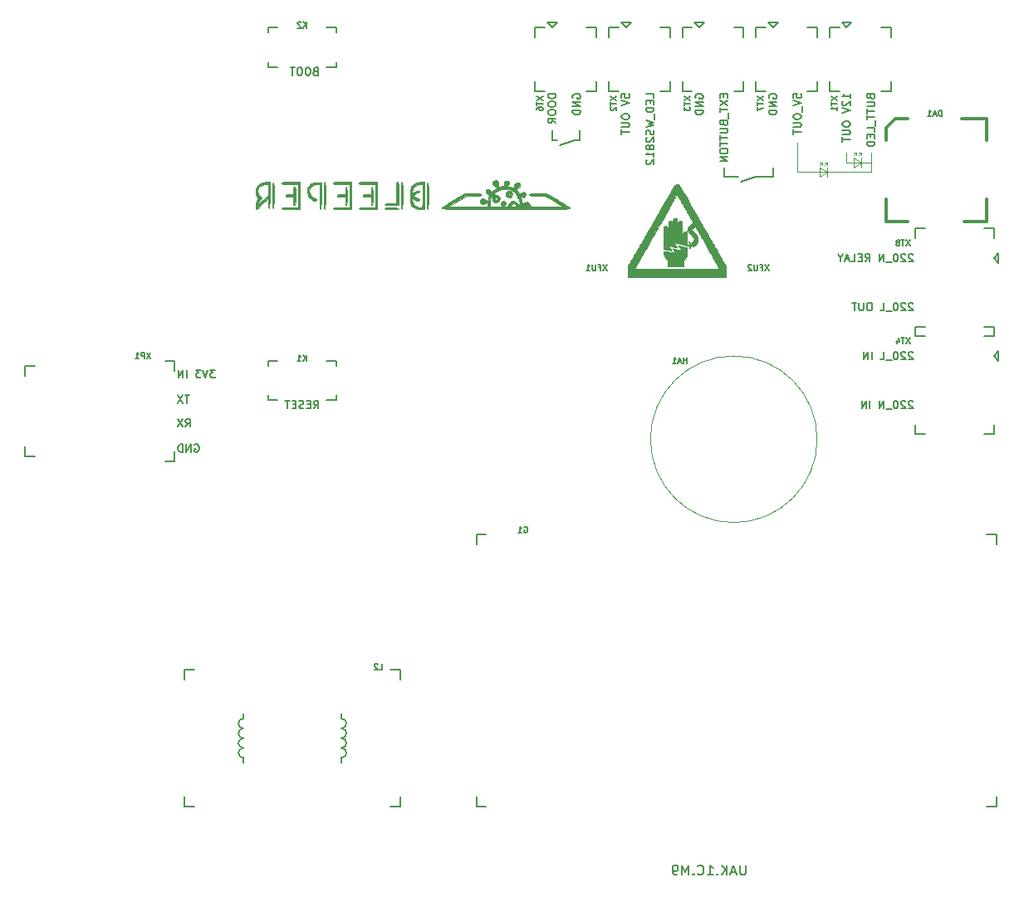
<source format=gbr>
G04 #@! TF.GenerationSoftware,KiCad,Pcbnew,(5.1.2-1)-1*
G04 #@! TF.CreationDate,2020-09-26T11:09:18+03:00*
G04 #@! TF.ProjectId,UAK_1,55414b5f-312e-46b6-9963-61645f706362,rev?*
G04 #@! TF.SameCoordinates,Original*
G04 #@! TF.FileFunction,Legend,Bot*
G04 #@! TF.FilePolarity,Positive*
%FSLAX46Y46*%
G04 Gerber Fmt 4.6, Leading zero omitted, Abs format (unit mm)*
G04 Created by KiCad (PCBNEW (5.1.2-1)-1) date 2020-09-26 11:09:18*
%MOMM*%
%LPD*%
G04 APERTURE LIST*
%ADD10C,0.120000*%
%ADD11C,0.150000*%
%ADD12C,0.010000*%
%ADD13C,0.300000*%
G04 APERTURE END LIST*
D10*
X156250000Y-65750000D02*
X156250000Y-66750000D01*
X157000000Y-65750000D02*
X157000000Y-66750000D01*
X157000000Y-66250000D02*
X156250000Y-65750000D01*
X161500000Y-66250000D02*
X161500000Y-65250000D01*
X157000000Y-65250000D02*
X157000000Y-65500000D01*
X156500000Y-65250000D02*
X156500000Y-65500000D01*
X156500000Y-65250000D02*
X156250000Y-65250000D01*
X156250000Y-65500000D02*
X156500000Y-65250000D01*
X157000000Y-65250000D02*
X156750000Y-65250000D01*
X156750000Y-65500000D02*
X157000000Y-65250000D01*
X154000000Y-66250000D02*
X161500000Y-66250000D01*
X156250000Y-66750000D02*
X157000000Y-66250000D01*
X154000000Y-66250000D02*
X154000000Y-63250000D01*
X159000000Y-65250000D02*
X159000000Y-64250000D01*
X161500000Y-65250000D02*
X161500000Y-64250000D01*
X160000000Y-64250000D02*
X160000000Y-64500000D01*
X160000000Y-64250000D02*
X159750000Y-64250000D01*
X159750000Y-64500000D02*
X160000000Y-64250000D01*
X160500000Y-64250000D02*
X160500000Y-64500000D01*
X160500000Y-64250000D02*
X160250000Y-64250000D01*
X160250000Y-64500000D02*
X160500000Y-64250000D01*
X159000000Y-65250000D02*
X161500000Y-65250000D01*
X160500000Y-64750000D02*
X160500000Y-65750000D01*
X160500000Y-65250000D02*
X159750000Y-64750000D01*
X159750000Y-65750000D02*
X160500000Y-65250000D01*
X159750000Y-64750000D02*
X159750000Y-65750000D01*
D11*
X151500000Y-66750000D02*
X149750000Y-66750000D01*
X149750000Y-66750000D02*
X148250000Y-67250000D01*
X151500000Y-65750000D02*
X151500000Y-66750000D01*
X146500000Y-65750000D02*
X146500000Y-66750000D01*
X146500000Y-66750000D02*
X148000000Y-66750000D01*
X131250000Y-63000000D02*
X129750000Y-63500000D01*
X131750000Y-63000000D02*
X131250000Y-63000000D01*
X131750000Y-62000000D02*
X131750000Y-63000000D01*
X129000000Y-63000000D02*
X129500000Y-63000000D01*
X129000000Y-62000000D02*
X129000000Y-63000000D01*
X91611785Y-92211904D02*
X91878452Y-91830952D01*
X92068928Y-92211904D02*
X92068928Y-91411904D01*
X91764166Y-91411904D01*
X91687976Y-91450000D01*
X91649880Y-91488095D01*
X91611785Y-91564285D01*
X91611785Y-91678571D01*
X91649880Y-91754761D01*
X91687976Y-91792857D01*
X91764166Y-91830952D01*
X92068928Y-91830952D01*
X91345119Y-91411904D02*
X90811785Y-92211904D01*
X90811785Y-91411904D02*
X91345119Y-92211904D01*
X91992738Y-89011904D02*
X91535595Y-89011904D01*
X91764166Y-89811904D02*
X91764166Y-89011904D01*
X91345119Y-89011904D02*
X90811785Y-89811904D01*
X90811785Y-89011904D02*
X91345119Y-89811904D01*
X94621309Y-86411904D02*
X94126071Y-86411904D01*
X94392738Y-86716666D01*
X94278452Y-86716666D01*
X94202261Y-86754761D01*
X94164166Y-86792857D01*
X94126071Y-86869047D01*
X94126071Y-87059523D01*
X94164166Y-87135714D01*
X94202261Y-87173809D01*
X94278452Y-87211904D01*
X94507023Y-87211904D01*
X94583214Y-87173809D01*
X94621309Y-87135714D01*
X93897500Y-86411904D02*
X93630833Y-87211904D01*
X93364166Y-86411904D01*
X93173690Y-86411904D02*
X92678452Y-86411904D01*
X92945119Y-86716666D01*
X92830833Y-86716666D01*
X92754642Y-86754761D01*
X92716547Y-86792857D01*
X92678452Y-86869047D01*
X92678452Y-87059523D01*
X92716547Y-87135714D01*
X92754642Y-87173809D01*
X92830833Y-87211904D01*
X93059404Y-87211904D01*
X93135595Y-87173809D01*
X93173690Y-87135714D01*
X91726071Y-87211904D02*
X91726071Y-86411904D01*
X91345119Y-87211904D02*
X91345119Y-86411904D01*
X90887976Y-87211904D01*
X90887976Y-86411904D01*
X92526071Y-94050000D02*
X92602261Y-94011904D01*
X92716547Y-94011904D01*
X92830833Y-94050000D01*
X92907023Y-94126190D01*
X92945119Y-94202380D01*
X92983214Y-94354761D01*
X92983214Y-94469047D01*
X92945119Y-94621428D01*
X92907023Y-94697619D01*
X92830833Y-94773809D01*
X92716547Y-94811904D01*
X92640357Y-94811904D01*
X92526071Y-94773809D01*
X92487976Y-94735714D01*
X92487976Y-94469047D01*
X92640357Y-94469047D01*
X92145119Y-94811904D02*
X92145119Y-94011904D01*
X91687976Y-94811904D01*
X91687976Y-94011904D01*
X91307023Y-94811904D02*
X91307023Y-94011904D01*
X91116547Y-94011904D01*
X91002261Y-94050000D01*
X90926071Y-94126190D01*
X90887976Y-94202380D01*
X90849880Y-94354761D01*
X90849880Y-94469047D01*
X90887976Y-94621428D01*
X90926071Y-94697619D01*
X91002261Y-94773809D01*
X91116547Y-94811904D01*
X91307023Y-94811904D01*
X165750119Y-89638095D02*
X165712023Y-89600000D01*
X165635833Y-89561904D01*
X165445357Y-89561904D01*
X165369166Y-89600000D01*
X165331071Y-89638095D01*
X165292976Y-89714285D01*
X165292976Y-89790476D01*
X165331071Y-89904761D01*
X165788214Y-90361904D01*
X165292976Y-90361904D01*
X164988214Y-89638095D02*
X164950119Y-89600000D01*
X164873928Y-89561904D01*
X164683452Y-89561904D01*
X164607261Y-89600000D01*
X164569166Y-89638095D01*
X164531071Y-89714285D01*
X164531071Y-89790476D01*
X164569166Y-89904761D01*
X165026309Y-90361904D01*
X164531071Y-90361904D01*
X164035833Y-89561904D02*
X163959642Y-89561904D01*
X163883452Y-89600000D01*
X163845357Y-89638095D01*
X163807261Y-89714285D01*
X163769166Y-89866666D01*
X163769166Y-90057142D01*
X163807261Y-90209523D01*
X163845357Y-90285714D01*
X163883452Y-90323809D01*
X163959642Y-90361904D01*
X164035833Y-90361904D01*
X164112023Y-90323809D01*
X164150119Y-90285714D01*
X164188214Y-90209523D01*
X164226309Y-90057142D01*
X164226309Y-89866666D01*
X164188214Y-89714285D01*
X164150119Y-89638095D01*
X164112023Y-89600000D01*
X164035833Y-89561904D01*
X163616785Y-90438095D02*
X163007261Y-90438095D01*
X162816785Y-90361904D02*
X162816785Y-89561904D01*
X162359642Y-90361904D01*
X162359642Y-89561904D01*
X161369166Y-90361904D02*
X161369166Y-89561904D01*
X160988214Y-90361904D02*
X160988214Y-89561904D01*
X160531071Y-90361904D01*
X160531071Y-89561904D01*
X165750119Y-84638095D02*
X165712023Y-84600000D01*
X165635833Y-84561904D01*
X165445357Y-84561904D01*
X165369166Y-84600000D01*
X165331071Y-84638095D01*
X165292976Y-84714285D01*
X165292976Y-84790476D01*
X165331071Y-84904761D01*
X165788214Y-85361904D01*
X165292976Y-85361904D01*
X164988214Y-84638095D02*
X164950119Y-84600000D01*
X164873928Y-84561904D01*
X164683452Y-84561904D01*
X164607261Y-84600000D01*
X164569166Y-84638095D01*
X164531071Y-84714285D01*
X164531071Y-84790476D01*
X164569166Y-84904761D01*
X165026309Y-85361904D01*
X164531071Y-85361904D01*
X164035833Y-84561904D02*
X163959642Y-84561904D01*
X163883452Y-84600000D01*
X163845357Y-84638095D01*
X163807261Y-84714285D01*
X163769166Y-84866666D01*
X163769166Y-85057142D01*
X163807261Y-85209523D01*
X163845357Y-85285714D01*
X163883452Y-85323809D01*
X163959642Y-85361904D01*
X164035833Y-85361904D01*
X164112023Y-85323809D01*
X164150119Y-85285714D01*
X164188214Y-85209523D01*
X164226309Y-85057142D01*
X164226309Y-84866666D01*
X164188214Y-84714285D01*
X164150119Y-84638095D01*
X164112023Y-84600000D01*
X164035833Y-84561904D01*
X163616785Y-85438095D02*
X163007261Y-85438095D01*
X162435833Y-85361904D02*
X162816785Y-85361904D01*
X162816785Y-84561904D01*
X161559642Y-85361904D02*
X161559642Y-84561904D01*
X161178690Y-85361904D02*
X161178690Y-84561904D01*
X160721547Y-85361904D01*
X160721547Y-84561904D01*
X165750119Y-79638095D02*
X165712023Y-79600000D01*
X165635833Y-79561904D01*
X165445357Y-79561904D01*
X165369166Y-79600000D01*
X165331071Y-79638095D01*
X165292976Y-79714285D01*
X165292976Y-79790476D01*
X165331071Y-79904761D01*
X165788214Y-80361904D01*
X165292976Y-80361904D01*
X164988214Y-79638095D02*
X164950119Y-79600000D01*
X164873928Y-79561904D01*
X164683452Y-79561904D01*
X164607261Y-79600000D01*
X164569166Y-79638095D01*
X164531071Y-79714285D01*
X164531071Y-79790476D01*
X164569166Y-79904761D01*
X165026309Y-80361904D01*
X164531071Y-80361904D01*
X164035833Y-79561904D02*
X163959642Y-79561904D01*
X163883452Y-79600000D01*
X163845357Y-79638095D01*
X163807261Y-79714285D01*
X163769166Y-79866666D01*
X163769166Y-80057142D01*
X163807261Y-80209523D01*
X163845357Y-80285714D01*
X163883452Y-80323809D01*
X163959642Y-80361904D01*
X164035833Y-80361904D01*
X164112023Y-80323809D01*
X164150119Y-80285714D01*
X164188214Y-80209523D01*
X164226309Y-80057142D01*
X164226309Y-79866666D01*
X164188214Y-79714285D01*
X164150119Y-79638095D01*
X164112023Y-79600000D01*
X164035833Y-79561904D01*
X163616785Y-80438095D02*
X163007261Y-80438095D01*
X162435833Y-80361904D02*
X162816785Y-80361904D01*
X162816785Y-79561904D01*
X161407261Y-79561904D02*
X161254880Y-79561904D01*
X161178690Y-79600000D01*
X161102500Y-79676190D01*
X161064404Y-79828571D01*
X161064404Y-80095238D01*
X161102500Y-80247619D01*
X161178690Y-80323809D01*
X161254880Y-80361904D01*
X161407261Y-80361904D01*
X161483452Y-80323809D01*
X161559642Y-80247619D01*
X161597738Y-80095238D01*
X161597738Y-79828571D01*
X161559642Y-79676190D01*
X161483452Y-79600000D01*
X161407261Y-79561904D01*
X160721547Y-79561904D02*
X160721547Y-80209523D01*
X160683452Y-80285714D01*
X160645357Y-80323809D01*
X160569166Y-80361904D01*
X160416785Y-80361904D01*
X160340595Y-80323809D01*
X160302500Y-80285714D01*
X160264404Y-80209523D01*
X160264404Y-79561904D01*
X159997738Y-79561904D02*
X159540595Y-79561904D01*
X159769166Y-80361904D02*
X159769166Y-79561904D01*
X165750119Y-74638095D02*
X165712023Y-74600000D01*
X165635833Y-74561904D01*
X165445357Y-74561904D01*
X165369166Y-74600000D01*
X165331071Y-74638095D01*
X165292976Y-74714285D01*
X165292976Y-74790476D01*
X165331071Y-74904761D01*
X165788214Y-75361904D01*
X165292976Y-75361904D01*
X164988214Y-74638095D02*
X164950119Y-74600000D01*
X164873928Y-74561904D01*
X164683452Y-74561904D01*
X164607261Y-74600000D01*
X164569166Y-74638095D01*
X164531071Y-74714285D01*
X164531071Y-74790476D01*
X164569166Y-74904761D01*
X165026309Y-75361904D01*
X164531071Y-75361904D01*
X164035833Y-74561904D02*
X163959642Y-74561904D01*
X163883452Y-74600000D01*
X163845357Y-74638095D01*
X163807261Y-74714285D01*
X163769166Y-74866666D01*
X163769166Y-75057142D01*
X163807261Y-75209523D01*
X163845357Y-75285714D01*
X163883452Y-75323809D01*
X163959642Y-75361904D01*
X164035833Y-75361904D01*
X164112023Y-75323809D01*
X164150119Y-75285714D01*
X164188214Y-75209523D01*
X164226309Y-75057142D01*
X164226309Y-74866666D01*
X164188214Y-74714285D01*
X164150119Y-74638095D01*
X164112023Y-74600000D01*
X164035833Y-74561904D01*
X163616785Y-75438095D02*
X163007261Y-75438095D01*
X162816785Y-75361904D02*
X162816785Y-74561904D01*
X162359642Y-75361904D01*
X162359642Y-74561904D01*
X160912023Y-75361904D02*
X161178690Y-74980952D01*
X161369166Y-75361904D02*
X161369166Y-74561904D01*
X161064404Y-74561904D01*
X160988214Y-74600000D01*
X160950119Y-74638095D01*
X160912023Y-74714285D01*
X160912023Y-74828571D01*
X160950119Y-74904761D01*
X160988214Y-74942857D01*
X161064404Y-74980952D01*
X161369166Y-74980952D01*
X160569166Y-74942857D02*
X160302500Y-74942857D01*
X160188214Y-75361904D02*
X160569166Y-75361904D01*
X160569166Y-74561904D01*
X160188214Y-74561904D01*
X159464404Y-75361904D02*
X159845357Y-75361904D01*
X159845357Y-74561904D01*
X159235833Y-75133333D02*
X158854880Y-75133333D01*
X159312023Y-75361904D02*
X159045357Y-74561904D01*
X158778690Y-75361904D01*
X158359642Y-74980952D02*
X158359642Y-75361904D01*
X158626309Y-74561904D02*
X158359642Y-74980952D01*
X158092976Y-74561904D01*
X161442857Y-58554642D02*
X161480952Y-58668928D01*
X161519047Y-58707023D01*
X161595238Y-58745119D01*
X161709523Y-58745119D01*
X161785714Y-58707023D01*
X161823809Y-58668928D01*
X161861904Y-58592738D01*
X161861904Y-58287976D01*
X161061904Y-58287976D01*
X161061904Y-58554642D01*
X161100000Y-58630833D01*
X161138095Y-58668928D01*
X161214285Y-58707023D01*
X161290476Y-58707023D01*
X161366666Y-58668928D01*
X161404761Y-58630833D01*
X161442857Y-58554642D01*
X161442857Y-58287976D01*
X161061904Y-59087976D02*
X161709523Y-59087976D01*
X161785714Y-59126071D01*
X161823809Y-59164166D01*
X161861904Y-59240357D01*
X161861904Y-59392738D01*
X161823809Y-59468928D01*
X161785714Y-59507023D01*
X161709523Y-59545119D01*
X161061904Y-59545119D01*
X161061904Y-59811785D02*
X161061904Y-60268928D01*
X161861904Y-60040357D02*
X161061904Y-60040357D01*
X161061904Y-60421309D02*
X161061904Y-60878452D01*
X161861904Y-60649880D02*
X161061904Y-60649880D01*
X161938095Y-60954642D02*
X161938095Y-61564166D01*
X161861904Y-62135595D02*
X161861904Y-61754642D01*
X161061904Y-61754642D01*
X161442857Y-62402261D02*
X161442857Y-62668928D01*
X161861904Y-62783214D02*
X161861904Y-62402261D01*
X161061904Y-62402261D01*
X161061904Y-62783214D01*
X161861904Y-63126071D02*
X161061904Y-63126071D01*
X161061904Y-63316547D01*
X161100000Y-63430833D01*
X161176190Y-63507023D01*
X161252380Y-63545119D01*
X161404761Y-63583214D01*
X161519047Y-63583214D01*
X161671428Y-63545119D01*
X161747619Y-63507023D01*
X161823809Y-63430833D01*
X161861904Y-63316547D01*
X161861904Y-63126071D01*
X159361904Y-58707023D02*
X159361904Y-58249880D01*
X159361904Y-58478452D02*
X158561904Y-58478452D01*
X158676190Y-58402261D01*
X158752380Y-58326071D01*
X158790476Y-58249880D01*
X158638095Y-59011785D02*
X158600000Y-59049880D01*
X158561904Y-59126071D01*
X158561904Y-59316547D01*
X158600000Y-59392738D01*
X158638095Y-59430833D01*
X158714285Y-59468928D01*
X158790476Y-59468928D01*
X158904761Y-59430833D01*
X159361904Y-58973690D01*
X159361904Y-59468928D01*
X158561904Y-59697500D02*
X159361904Y-59964166D01*
X158561904Y-60230833D01*
X158561904Y-61259404D02*
X158561904Y-61411785D01*
X158600000Y-61487976D01*
X158676190Y-61564166D01*
X158828571Y-61602261D01*
X159095238Y-61602261D01*
X159247619Y-61564166D01*
X159323809Y-61487976D01*
X159361904Y-61411785D01*
X159361904Y-61259404D01*
X159323809Y-61183214D01*
X159247619Y-61107023D01*
X159095238Y-61068928D01*
X158828571Y-61068928D01*
X158676190Y-61107023D01*
X158600000Y-61183214D01*
X158561904Y-61259404D01*
X158561904Y-61945119D02*
X159209523Y-61945119D01*
X159285714Y-61983214D01*
X159323809Y-62021309D01*
X159361904Y-62097500D01*
X159361904Y-62249880D01*
X159323809Y-62326071D01*
X159285714Y-62364166D01*
X159209523Y-62402261D01*
X158561904Y-62402261D01*
X158561904Y-62668928D02*
X158561904Y-63126071D01*
X159361904Y-62897500D02*
X158561904Y-62897500D01*
X153561904Y-58668928D02*
X153561904Y-58287976D01*
X153942857Y-58249880D01*
X153904761Y-58287976D01*
X153866666Y-58364166D01*
X153866666Y-58554642D01*
X153904761Y-58630833D01*
X153942857Y-58668928D01*
X154019047Y-58707023D01*
X154209523Y-58707023D01*
X154285714Y-58668928D01*
X154323809Y-58630833D01*
X154361904Y-58554642D01*
X154361904Y-58364166D01*
X154323809Y-58287976D01*
X154285714Y-58249880D01*
X153561904Y-58935595D02*
X154361904Y-59202261D01*
X153561904Y-59468928D01*
X154438095Y-59545119D02*
X154438095Y-60154642D01*
X153561904Y-60497500D02*
X153561904Y-60649880D01*
X153600000Y-60726071D01*
X153676190Y-60802261D01*
X153828571Y-60840357D01*
X154095238Y-60840357D01*
X154247619Y-60802261D01*
X154323809Y-60726071D01*
X154361904Y-60649880D01*
X154361904Y-60497500D01*
X154323809Y-60421309D01*
X154247619Y-60345119D01*
X154095238Y-60307023D01*
X153828571Y-60307023D01*
X153676190Y-60345119D01*
X153600000Y-60421309D01*
X153561904Y-60497500D01*
X153561904Y-61183214D02*
X154209523Y-61183214D01*
X154285714Y-61221309D01*
X154323809Y-61259404D01*
X154361904Y-61335595D01*
X154361904Y-61487976D01*
X154323809Y-61564166D01*
X154285714Y-61602261D01*
X154209523Y-61640357D01*
X153561904Y-61640357D01*
X153561904Y-61907023D02*
X153561904Y-62364166D01*
X154361904Y-62135595D02*
X153561904Y-62135595D01*
X146442857Y-58287976D02*
X146442857Y-58554642D01*
X146861904Y-58668928D02*
X146861904Y-58287976D01*
X146061904Y-58287976D01*
X146061904Y-58668928D01*
X146061904Y-58935595D02*
X146861904Y-59468928D01*
X146061904Y-59468928D02*
X146861904Y-58935595D01*
X146061904Y-59659404D02*
X146061904Y-60116547D01*
X146861904Y-59887976D02*
X146061904Y-59887976D01*
X146938095Y-60192738D02*
X146938095Y-60802261D01*
X146442857Y-61259404D02*
X146480952Y-61373690D01*
X146519047Y-61411785D01*
X146595238Y-61449880D01*
X146709523Y-61449880D01*
X146785714Y-61411785D01*
X146823809Y-61373690D01*
X146861904Y-61297500D01*
X146861904Y-60992738D01*
X146061904Y-60992738D01*
X146061904Y-61259404D01*
X146100000Y-61335595D01*
X146138095Y-61373690D01*
X146214285Y-61411785D01*
X146290476Y-61411785D01*
X146366666Y-61373690D01*
X146404761Y-61335595D01*
X146442857Y-61259404D01*
X146442857Y-60992738D01*
X146061904Y-61792738D02*
X146709523Y-61792738D01*
X146785714Y-61830833D01*
X146823809Y-61868928D01*
X146861904Y-61945119D01*
X146861904Y-62097500D01*
X146823809Y-62173690D01*
X146785714Y-62211785D01*
X146709523Y-62249880D01*
X146061904Y-62249880D01*
X146061904Y-62516547D02*
X146061904Y-62973690D01*
X146861904Y-62745119D02*
X146061904Y-62745119D01*
X146061904Y-63126071D02*
X146061904Y-63583214D01*
X146861904Y-63354642D02*
X146061904Y-63354642D01*
X146061904Y-64002261D02*
X146061904Y-64154642D01*
X146100000Y-64230833D01*
X146176190Y-64307023D01*
X146328571Y-64345119D01*
X146595238Y-64345119D01*
X146747619Y-64307023D01*
X146823809Y-64230833D01*
X146861904Y-64154642D01*
X146861904Y-64002261D01*
X146823809Y-63926071D01*
X146747619Y-63849880D01*
X146595238Y-63811785D01*
X146328571Y-63811785D01*
X146176190Y-63849880D01*
X146100000Y-63926071D01*
X146061904Y-64002261D01*
X146861904Y-64687976D02*
X146061904Y-64687976D01*
X146861904Y-65145119D01*
X146061904Y-65145119D01*
X136061904Y-58668928D02*
X136061904Y-58287976D01*
X136442857Y-58249880D01*
X136404761Y-58287976D01*
X136366666Y-58364166D01*
X136366666Y-58554642D01*
X136404761Y-58630833D01*
X136442857Y-58668928D01*
X136519047Y-58707023D01*
X136709523Y-58707023D01*
X136785714Y-58668928D01*
X136823809Y-58630833D01*
X136861904Y-58554642D01*
X136861904Y-58364166D01*
X136823809Y-58287976D01*
X136785714Y-58249880D01*
X136061904Y-58935595D02*
X136861904Y-59202261D01*
X136061904Y-59468928D01*
X136061904Y-60497500D02*
X136061904Y-60649880D01*
X136100000Y-60726071D01*
X136176190Y-60802261D01*
X136328571Y-60840357D01*
X136595238Y-60840357D01*
X136747619Y-60802261D01*
X136823809Y-60726071D01*
X136861904Y-60649880D01*
X136861904Y-60497500D01*
X136823809Y-60421309D01*
X136747619Y-60345119D01*
X136595238Y-60307023D01*
X136328571Y-60307023D01*
X136176190Y-60345119D01*
X136100000Y-60421309D01*
X136061904Y-60497500D01*
X136061904Y-61183214D02*
X136709523Y-61183214D01*
X136785714Y-61221309D01*
X136823809Y-61259404D01*
X136861904Y-61335595D01*
X136861904Y-61487976D01*
X136823809Y-61564166D01*
X136785714Y-61602261D01*
X136709523Y-61640357D01*
X136061904Y-61640357D01*
X136061904Y-61907023D02*
X136061904Y-62364166D01*
X136861904Y-62135595D02*
X136061904Y-62135595D01*
X151100000Y-58707023D02*
X151061904Y-58630833D01*
X151061904Y-58516547D01*
X151100000Y-58402261D01*
X151176190Y-58326071D01*
X151252380Y-58287976D01*
X151404761Y-58249880D01*
X151519047Y-58249880D01*
X151671428Y-58287976D01*
X151747619Y-58326071D01*
X151823809Y-58402261D01*
X151861904Y-58516547D01*
X151861904Y-58592738D01*
X151823809Y-58707023D01*
X151785714Y-58745119D01*
X151519047Y-58745119D01*
X151519047Y-58592738D01*
X151861904Y-59087976D02*
X151061904Y-59087976D01*
X151861904Y-59545119D01*
X151061904Y-59545119D01*
X151861904Y-59926071D02*
X151061904Y-59926071D01*
X151061904Y-60116547D01*
X151100000Y-60230833D01*
X151176190Y-60307023D01*
X151252380Y-60345119D01*
X151404761Y-60383214D01*
X151519047Y-60383214D01*
X151671428Y-60345119D01*
X151747619Y-60307023D01*
X151823809Y-60230833D01*
X151861904Y-60116547D01*
X151861904Y-59926071D01*
X143600000Y-58707023D02*
X143561904Y-58630833D01*
X143561904Y-58516547D01*
X143600000Y-58402261D01*
X143676190Y-58326071D01*
X143752380Y-58287976D01*
X143904761Y-58249880D01*
X144019047Y-58249880D01*
X144171428Y-58287976D01*
X144247619Y-58326071D01*
X144323809Y-58402261D01*
X144361904Y-58516547D01*
X144361904Y-58592738D01*
X144323809Y-58707023D01*
X144285714Y-58745119D01*
X144019047Y-58745119D01*
X144019047Y-58592738D01*
X144361904Y-59087976D02*
X143561904Y-59087976D01*
X144361904Y-59545119D01*
X143561904Y-59545119D01*
X144361904Y-59926071D02*
X143561904Y-59926071D01*
X143561904Y-60116547D01*
X143600000Y-60230833D01*
X143676190Y-60307023D01*
X143752380Y-60345119D01*
X143904761Y-60383214D01*
X144019047Y-60383214D01*
X144171428Y-60345119D01*
X144247619Y-60307023D01*
X144323809Y-60230833D01*
X144361904Y-60116547D01*
X144361904Y-59926071D01*
X139361904Y-58668928D02*
X139361904Y-58287976D01*
X138561904Y-58287976D01*
X138942857Y-58935595D02*
X138942857Y-59202261D01*
X139361904Y-59316547D02*
X139361904Y-58935595D01*
X138561904Y-58935595D01*
X138561904Y-59316547D01*
X139361904Y-59659404D02*
X138561904Y-59659404D01*
X138561904Y-59849880D01*
X138600000Y-59964166D01*
X138676190Y-60040357D01*
X138752380Y-60078452D01*
X138904761Y-60116547D01*
X139019047Y-60116547D01*
X139171428Y-60078452D01*
X139247619Y-60040357D01*
X139323809Y-59964166D01*
X139361904Y-59849880D01*
X139361904Y-59659404D01*
X139438095Y-60268928D02*
X139438095Y-60878452D01*
X138561904Y-60992738D02*
X139361904Y-61183214D01*
X138790476Y-61335595D01*
X139361904Y-61487976D01*
X138561904Y-61678452D01*
X139323809Y-61945119D02*
X139361904Y-62059404D01*
X139361904Y-62249880D01*
X139323809Y-62326071D01*
X139285714Y-62364166D01*
X139209523Y-62402261D01*
X139133333Y-62402261D01*
X139057142Y-62364166D01*
X139019047Y-62326071D01*
X138980952Y-62249880D01*
X138942857Y-62097500D01*
X138904761Y-62021309D01*
X138866666Y-61983214D01*
X138790476Y-61945119D01*
X138714285Y-61945119D01*
X138638095Y-61983214D01*
X138600000Y-62021309D01*
X138561904Y-62097500D01*
X138561904Y-62287976D01*
X138600000Y-62402261D01*
X138638095Y-62707023D02*
X138600000Y-62745119D01*
X138561904Y-62821309D01*
X138561904Y-63011785D01*
X138600000Y-63087976D01*
X138638095Y-63126071D01*
X138714285Y-63164166D01*
X138790476Y-63164166D01*
X138904761Y-63126071D01*
X139361904Y-62668928D01*
X139361904Y-63164166D01*
X138904761Y-63621309D02*
X138866666Y-63545119D01*
X138828571Y-63507023D01*
X138752380Y-63468928D01*
X138714285Y-63468928D01*
X138638095Y-63507023D01*
X138600000Y-63545119D01*
X138561904Y-63621309D01*
X138561904Y-63773690D01*
X138600000Y-63849880D01*
X138638095Y-63887976D01*
X138714285Y-63926071D01*
X138752380Y-63926071D01*
X138828571Y-63887976D01*
X138866666Y-63849880D01*
X138904761Y-63773690D01*
X138904761Y-63621309D01*
X138942857Y-63545119D01*
X138980952Y-63507023D01*
X139057142Y-63468928D01*
X139209523Y-63468928D01*
X139285714Y-63507023D01*
X139323809Y-63545119D01*
X139361904Y-63621309D01*
X139361904Y-63773690D01*
X139323809Y-63849880D01*
X139285714Y-63887976D01*
X139209523Y-63926071D01*
X139057142Y-63926071D01*
X138980952Y-63887976D01*
X138942857Y-63849880D01*
X138904761Y-63773690D01*
X139361904Y-64687976D02*
X139361904Y-64230833D01*
X139361904Y-64459404D02*
X138561904Y-64459404D01*
X138676190Y-64383214D01*
X138752380Y-64307023D01*
X138790476Y-64230833D01*
X138638095Y-64992738D02*
X138600000Y-65030833D01*
X138561904Y-65107023D01*
X138561904Y-65297500D01*
X138600000Y-65373690D01*
X138638095Y-65411785D01*
X138714285Y-65449880D01*
X138790476Y-65449880D01*
X138904761Y-65411785D01*
X139361904Y-64954642D01*
X139361904Y-65449880D01*
X129361904Y-58287976D02*
X128561904Y-58287976D01*
X128561904Y-58478452D01*
X128600000Y-58592738D01*
X128676190Y-58668928D01*
X128752380Y-58707023D01*
X128904761Y-58745119D01*
X129019047Y-58745119D01*
X129171428Y-58707023D01*
X129247619Y-58668928D01*
X129323809Y-58592738D01*
X129361904Y-58478452D01*
X129361904Y-58287976D01*
X128561904Y-59240357D02*
X128561904Y-59392738D01*
X128600000Y-59468928D01*
X128676190Y-59545119D01*
X128828571Y-59583214D01*
X129095238Y-59583214D01*
X129247619Y-59545119D01*
X129323809Y-59468928D01*
X129361904Y-59392738D01*
X129361904Y-59240357D01*
X129323809Y-59164166D01*
X129247619Y-59087976D01*
X129095238Y-59049880D01*
X128828571Y-59049880D01*
X128676190Y-59087976D01*
X128600000Y-59164166D01*
X128561904Y-59240357D01*
X128561904Y-60078452D02*
X128561904Y-60230833D01*
X128600000Y-60307023D01*
X128676190Y-60383214D01*
X128828571Y-60421309D01*
X129095238Y-60421309D01*
X129247619Y-60383214D01*
X129323809Y-60307023D01*
X129361904Y-60230833D01*
X129361904Y-60078452D01*
X129323809Y-60002261D01*
X129247619Y-59926071D01*
X129095238Y-59887976D01*
X128828571Y-59887976D01*
X128676190Y-59926071D01*
X128600000Y-60002261D01*
X128561904Y-60078452D01*
X129361904Y-61221309D02*
X128980952Y-60954642D01*
X129361904Y-60764166D02*
X128561904Y-60764166D01*
X128561904Y-61068928D01*
X128600000Y-61145119D01*
X128638095Y-61183214D01*
X128714285Y-61221309D01*
X128828571Y-61221309D01*
X128904761Y-61183214D01*
X128942857Y-61145119D01*
X128980952Y-61068928D01*
X128980952Y-60764166D01*
X131100000Y-58707023D02*
X131061904Y-58630833D01*
X131061904Y-58516547D01*
X131100000Y-58402261D01*
X131176190Y-58326071D01*
X131252380Y-58287976D01*
X131404761Y-58249880D01*
X131519047Y-58249880D01*
X131671428Y-58287976D01*
X131747619Y-58326071D01*
X131823809Y-58402261D01*
X131861904Y-58516547D01*
X131861904Y-58592738D01*
X131823809Y-58707023D01*
X131785714Y-58745119D01*
X131519047Y-58745119D01*
X131519047Y-58592738D01*
X131861904Y-59087976D02*
X131061904Y-59087976D01*
X131861904Y-59545119D01*
X131061904Y-59545119D01*
X131861904Y-59926071D02*
X131061904Y-59926071D01*
X131061904Y-60116547D01*
X131100000Y-60230833D01*
X131176190Y-60307023D01*
X131252380Y-60345119D01*
X131404761Y-60383214D01*
X131519047Y-60383214D01*
X131671428Y-60345119D01*
X131747619Y-60307023D01*
X131823809Y-60230833D01*
X131861904Y-60116547D01*
X131861904Y-59926071D01*
X104835714Y-55942857D02*
X104721428Y-55980952D01*
X104683333Y-56019047D01*
X104645238Y-56095238D01*
X104645238Y-56209523D01*
X104683333Y-56285714D01*
X104721428Y-56323809D01*
X104797619Y-56361904D01*
X105102380Y-56361904D01*
X105102380Y-55561904D01*
X104835714Y-55561904D01*
X104759523Y-55600000D01*
X104721428Y-55638095D01*
X104683333Y-55714285D01*
X104683333Y-55790476D01*
X104721428Y-55866666D01*
X104759523Y-55904761D01*
X104835714Y-55942857D01*
X105102380Y-55942857D01*
X104150000Y-55561904D02*
X103997619Y-55561904D01*
X103921428Y-55600000D01*
X103845238Y-55676190D01*
X103807142Y-55828571D01*
X103807142Y-56095238D01*
X103845238Y-56247619D01*
X103921428Y-56323809D01*
X103997619Y-56361904D01*
X104150000Y-56361904D01*
X104226190Y-56323809D01*
X104302380Y-56247619D01*
X104340476Y-56095238D01*
X104340476Y-55828571D01*
X104302380Y-55676190D01*
X104226190Y-55600000D01*
X104150000Y-55561904D01*
X103311904Y-55561904D02*
X103159523Y-55561904D01*
X103083333Y-55600000D01*
X103007142Y-55676190D01*
X102969047Y-55828571D01*
X102969047Y-56095238D01*
X103007142Y-56247619D01*
X103083333Y-56323809D01*
X103159523Y-56361904D01*
X103311904Y-56361904D01*
X103388095Y-56323809D01*
X103464285Y-56247619D01*
X103502380Y-56095238D01*
X103502380Y-55828571D01*
X103464285Y-55676190D01*
X103388095Y-55600000D01*
X103311904Y-55561904D01*
X102740476Y-55561904D02*
X102283333Y-55561904D01*
X102511904Y-56361904D02*
X102511904Y-55561904D01*
X104661904Y-90361904D02*
X104928571Y-89980952D01*
X105119047Y-90361904D02*
X105119047Y-89561904D01*
X104814285Y-89561904D01*
X104738095Y-89600000D01*
X104700000Y-89638095D01*
X104661904Y-89714285D01*
X104661904Y-89828571D01*
X104700000Y-89904761D01*
X104738095Y-89942857D01*
X104814285Y-89980952D01*
X105119047Y-89980952D01*
X104319047Y-89942857D02*
X104052380Y-89942857D01*
X103938095Y-90361904D02*
X104319047Y-90361904D01*
X104319047Y-89561904D01*
X103938095Y-89561904D01*
X103633333Y-90323809D02*
X103519047Y-90361904D01*
X103328571Y-90361904D01*
X103252380Y-90323809D01*
X103214285Y-90285714D01*
X103176190Y-90209523D01*
X103176190Y-90133333D01*
X103214285Y-90057142D01*
X103252380Y-90019047D01*
X103328571Y-89980952D01*
X103480952Y-89942857D01*
X103557142Y-89904761D01*
X103595238Y-89866666D01*
X103633333Y-89790476D01*
X103633333Y-89714285D01*
X103595238Y-89638095D01*
X103557142Y-89600000D01*
X103480952Y-89561904D01*
X103290476Y-89561904D01*
X103176190Y-89600000D01*
X102833333Y-89942857D02*
X102566666Y-89942857D01*
X102452380Y-90361904D02*
X102833333Y-90361904D01*
X102833333Y-89561904D01*
X102452380Y-89561904D01*
X102223809Y-89561904D02*
X101766666Y-89561904D01*
X101995238Y-90361904D02*
X101995238Y-89561904D01*
X148714285Y-136952380D02*
X148714285Y-137761904D01*
X148666666Y-137857142D01*
X148619047Y-137904761D01*
X148523809Y-137952380D01*
X148333333Y-137952380D01*
X148238095Y-137904761D01*
X148190476Y-137857142D01*
X148142857Y-137761904D01*
X148142857Y-136952380D01*
X147714285Y-137666666D02*
X147238095Y-137666666D01*
X147809523Y-137952380D02*
X147476190Y-136952380D01*
X147142857Y-137952380D01*
X146809523Y-137952380D02*
X146809523Y-136952380D01*
X146238095Y-137952380D02*
X146666666Y-137380952D01*
X146238095Y-136952380D02*
X146809523Y-137523809D01*
X145809523Y-137857142D02*
X145761904Y-137904761D01*
X145809523Y-137952380D01*
X145857142Y-137904761D01*
X145809523Y-137857142D01*
X145809523Y-137952380D01*
X144809523Y-137952380D02*
X145380952Y-137952380D01*
X145095238Y-137952380D02*
X145095238Y-136952380D01*
X145190476Y-137095238D01*
X145285714Y-137190476D01*
X145380952Y-137238095D01*
X143809523Y-137857142D02*
X143857142Y-137904761D01*
X144000000Y-137952380D01*
X144095238Y-137952380D01*
X144238095Y-137904761D01*
X144333333Y-137809523D01*
X144380952Y-137714285D01*
X144428571Y-137523809D01*
X144428571Y-137380952D01*
X144380952Y-137190476D01*
X144333333Y-137095238D01*
X144238095Y-137000000D01*
X144095238Y-136952380D01*
X144000000Y-136952380D01*
X143857142Y-137000000D01*
X143809523Y-137047619D01*
X143380952Y-137857142D02*
X143333333Y-137904761D01*
X143380952Y-137952380D01*
X143428571Y-137904761D01*
X143380952Y-137857142D01*
X143380952Y-137952380D01*
X142904761Y-137952380D02*
X142904761Y-136952380D01*
X142571428Y-137666666D01*
X142238095Y-136952380D01*
X142238095Y-137952380D01*
X141714285Y-137952380D02*
X141523809Y-137952380D01*
X141428571Y-137904761D01*
X141380952Y-137857142D01*
X141285714Y-137714285D01*
X141238095Y-137523809D01*
X141238095Y-137142857D01*
X141285714Y-137047619D01*
X141333333Y-137000000D01*
X141428571Y-136952380D01*
X141619047Y-136952380D01*
X141714285Y-137000000D01*
X141761904Y-137047619D01*
X141809523Y-137142857D01*
X141809523Y-137380952D01*
X141761904Y-137476190D01*
X141714285Y-137523809D01*
X141619047Y-137571428D01*
X141428571Y-137571428D01*
X141333333Y-137523809D01*
X141285714Y-137476190D01*
X141238095Y-137380952D01*
D12*
G36*
X141457465Y-70923986D02*
G01*
X141425004Y-70934957D01*
X141384480Y-70964721D01*
X141347190Y-71007055D01*
X141320309Y-71053186D01*
X141314143Y-71070502D01*
X141311854Y-71090228D01*
X141309815Y-71132012D01*
X141308026Y-71195825D01*
X141306487Y-71281640D01*
X141305197Y-71389427D01*
X141304158Y-71519160D01*
X141303370Y-71670810D01*
X141302833Y-71844349D01*
X141302547Y-72039750D01*
X141302497Y-72164108D01*
X141302435Y-73216000D01*
X141236658Y-73216000D01*
X141233655Y-72279250D01*
X141230652Y-71342501D01*
X141204040Y-71303667D01*
X141158035Y-71254384D01*
X141101166Y-71221567D01*
X141038003Y-71206826D01*
X140973118Y-71211772D01*
X140956581Y-71216465D01*
X140916279Y-71238731D01*
X140876929Y-71275314D01*
X140844981Y-71319140D01*
X140828362Y-71357153D01*
X140825868Y-71377626D01*
X140823671Y-71420028D01*
X140821771Y-71484379D01*
X140820167Y-71570698D01*
X140818859Y-71679005D01*
X140817847Y-71809320D01*
X140817131Y-71961664D01*
X140816710Y-72136055D01*
X140816584Y-72307674D01*
X140816522Y-73216000D01*
X140739218Y-73216000D01*
X140739218Y-72554110D01*
X140739012Y-72390327D01*
X140738396Y-72248498D01*
X140737369Y-72128642D01*
X140735933Y-72030778D01*
X140734086Y-71954927D01*
X140731830Y-71901109D01*
X140729165Y-71869342D01*
X140727472Y-71861132D01*
X140696369Y-71808514D01*
X140649657Y-71768334D01*
X140591587Y-71743365D01*
X140535987Y-71736174D01*
X140469102Y-71744537D01*
X140415071Y-71770447D01*
X140371878Y-71815138D01*
X140351621Y-71848929D01*
X140348182Y-71856286D01*
X140345140Y-71865020D01*
X140342471Y-71876456D01*
X140340149Y-71891915D01*
X140338152Y-71912720D01*
X140336454Y-71940194D01*
X140335031Y-71975659D01*
X140333859Y-72020438D01*
X140332915Y-72075853D01*
X140332173Y-72143227D01*
X140331609Y-72223882D01*
X140331199Y-72319142D01*
X140330919Y-72430328D01*
X140330744Y-72558764D01*
X140330650Y-72705771D01*
X140330614Y-72872673D01*
X140330609Y-72993946D01*
X140330625Y-73174740D01*
X140330688Y-73334723D01*
X140330819Y-73475169D01*
X140331042Y-73597354D01*
X140331378Y-73702553D01*
X140331850Y-73792041D01*
X140332479Y-73867094D01*
X140333289Y-73928986D01*
X140334301Y-73978994D01*
X140335537Y-74018392D01*
X140337019Y-74048455D01*
X140338771Y-74070460D01*
X140340813Y-74085680D01*
X140343169Y-74095392D01*
X140345860Y-74100870D01*
X140348908Y-74103390D01*
X140349935Y-74103772D01*
X140366301Y-74107225D01*
X140401170Y-74113606D01*
X140451427Y-74122402D01*
X140513957Y-74133100D01*
X140585649Y-74145189D01*
X140663387Y-74158156D01*
X140744058Y-74171488D01*
X140824549Y-74184673D01*
X140901744Y-74197198D01*
X140972531Y-74208551D01*
X141033796Y-74218220D01*
X141082424Y-74225691D01*
X141115302Y-74230452D01*
X141129039Y-74232000D01*
X141142346Y-74228052D01*
X141138221Y-74212949D01*
X141138072Y-74212674D01*
X141127454Y-74195806D01*
X141107251Y-74165789D01*
X141080736Y-74127432D01*
X141061079Y-74099478D01*
X141027933Y-74052612D01*
X140994660Y-74005481D01*
X140966429Y-73965409D01*
X140955876Y-73950391D01*
X140931261Y-73915440D01*
X140899484Y-73870503D01*
X140866207Y-73823581D01*
X140855609Y-73808671D01*
X140794083Y-73722168D01*
X140830151Y-73729383D01*
X140863935Y-73737319D01*
X140904202Y-73748314D01*
X140915913Y-73751805D01*
X140950073Y-73761709D01*
X141001665Y-73775966D01*
X141066724Y-73793542D01*
X141141288Y-73813401D01*
X141221391Y-73834506D01*
X141303069Y-73855822D01*
X141382357Y-73876314D01*
X141455292Y-73894946D01*
X141517909Y-73910682D01*
X141566244Y-73922486D01*
X141591363Y-73928272D01*
X141632409Y-73937243D01*
X141664060Y-73943157D01*
X141686036Y-73944264D01*
X141698056Y-73938817D01*
X141699839Y-73925068D01*
X141691104Y-73901268D01*
X141671570Y-73865670D01*
X141640956Y-73816525D01*
X141598981Y-73752086D01*
X141551427Y-73679826D01*
X141507718Y-73612712D01*
X141468863Y-73551792D01*
X141436298Y-73499420D01*
X141411458Y-73457952D01*
X141395779Y-73429741D01*
X141390697Y-73417143D01*
X141390984Y-73416725D01*
X141405720Y-73417698D01*
X141436139Y-73423390D01*
X141476621Y-73432696D01*
X141492627Y-73436731D01*
X141630656Y-73472350D01*
X141748850Y-73502873D01*
X141848763Y-73528701D01*
X141931953Y-73550239D01*
X141999975Y-73567887D01*
X142054385Y-73582049D01*
X142075479Y-73587559D01*
X142170857Y-73612417D01*
X142272579Y-73638780D01*
X142374477Y-73665058D01*
X142470385Y-73689663D01*
X142554136Y-73711007D01*
X142589000Y-73719827D01*
X142637366Y-73732079D01*
X142679110Y-73742757D01*
X142708662Y-73750429D01*
X142718761Y-73753146D01*
X142722547Y-73753285D01*
X142725805Y-73750384D01*
X142728574Y-73742918D01*
X142730894Y-73729361D01*
X142732805Y-73708190D01*
X142734345Y-73677878D01*
X142735555Y-73636902D01*
X142736474Y-73583735D01*
X142737141Y-73516853D01*
X142737596Y-73434730D01*
X142737878Y-73335843D01*
X142738027Y-73218665D01*
X142738082Y-73081671D01*
X142738087Y-73006918D01*
X142738087Y-72255217D01*
X142679353Y-72255217D01*
X142586218Y-72265280D01*
X142502468Y-72295207D01*
X142428680Y-72344608D01*
X142365434Y-72413092D01*
X142313308Y-72500268D01*
X142311672Y-72503695D01*
X142304203Y-72520066D01*
X142298310Y-72535875D01*
X142293806Y-72553864D01*
X142290502Y-72576777D01*
X142288211Y-72607356D01*
X142286745Y-72648343D01*
X142285917Y-72702481D01*
X142285539Y-72772512D01*
X142285423Y-72861178D01*
X142285413Y-72887456D01*
X142285338Y-72981160D01*
X142285078Y-73055113D01*
X142284475Y-73111651D01*
X142283370Y-73153110D01*
X142281606Y-73181826D01*
X142279026Y-73200135D01*
X142275471Y-73210373D01*
X142270784Y-73214876D01*
X142264806Y-73215981D01*
X142263218Y-73216000D01*
X142240942Y-73216002D01*
X142232848Y-73216004D01*
X142231532Y-73205229D01*
X142230152Y-73173972D01*
X142228733Y-73123839D01*
X142227298Y-73056435D01*
X142225871Y-72973366D01*
X142224475Y-72876236D01*
X142223134Y-72766652D01*
X142221873Y-72646218D01*
X142220713Y-72516539D01*
X142219680Y-72379222D01*
X142219044Y-72279257D01*
X142213522Y-71342505D01*
X142182422Y-71295516D01*
X142139638Y-71249355D01*
X142086070Y-71219467D01*
X142026450Y-71206405D01*
X141965511Y-71210723D01*
X141907986Y-71232975D01*
X141872575Y-71259246D01*
X141860880Y-71269915D01*
X141850619Y-71279611D01*
X141841688Y-71289769D01*
X141833986Y-71301828D01*
X141827412Y-71317225D01*
X141821863Y-71337397D01*
X141817239Y-71363782D01*
X141813437Y-71397816D01*
X141810355Y-71440938D01*
X141807893Y-71494584D01*
X141805947Y-71560193D01*
X141804417Y-71639200D01*
X141803201Y-71733045D01*
X141802196Y-71843164D01*
X141801302Y-71970994D01*
X141800417Y-72117972D01*
X141799438Y-72285537D01*
X141799392Y-72293320D01*
X141793870Y-73220423D01*
X141760739Y-73220422D01*
X141727609Y-73220421D01*
X141722087Y-72137898D01*
X141716565Y-71055376D01*
X141686184Y-71009471D01*
X141658065Y-70976368D01*
X141623865Y-70948225D01*
X141612080Y-70941261D01*
X141564213Y-70925171D01*
X141509559Y-70919307D01*
X141457465Y-70923986D01*
X141457465Y-70923986D01*
G37*
X141457465Y-70923986D02*
X141425004Y-70934957D01*
X141384480Y-70964721D01*
X141347190Y-71007055D01*
X141320309Y-71053186D01*
X141314143Y-71070502D01*
X141311854Y-71090228D01*
X141309815Y-71132012D01*
X141308026Y-71195825D01*
X141306487Y-71281640D01*
X141305197Y-71389427D01*
X141304158Y-71519160D01*
X141303370Y-71670810D01*
X141302833Y-71844349D01*
X141302547Y-72039750D01*
X141302497Y-72164108D01*
X141302435Y-73216000D01*
X141236658Y-73216000D01*
X141233655Y-72279250D01*
X141230652Y-71342501D01*
X141204040Y-71303667D01*
X141158035Y-71254384D01*
X141101166Y-71221567D01*
X141038003Y-71206826D01*
X140973118Y-71211772D01*
X140956581Y-71216465D01*
X140916279Y-71238731D01*
X140876929Y-71275314D01*
X140844981Y-71319140D01*
X140828362Y-71357153D01*
X140825868Y-71377626D01*
X140823671Y-71420028D01*
X140821771Y-71484379D01*
X140820167Y-71570698D01*
X140818859Y-71679005D01*
X140817847Y-71809320D01*
X140817131Y-71961664D01*
X140816710Y-72136055D01*
X140816584Y-72307674D01*
X140816522Y-73216000D01*
X140739218Y-73216000D01*
X140739218Y-72554110D01*
X140739012Y-72390327D01*
X140738396Y-72248498D01*
X140737369Y-72128642D01*
X140735933Y-72030778D01*
X140734086Y-71954927D01*
X140731830Y-71901109D01*
X140729165Y-71869342D01*
X140727472Y-71861132D01*
X140696369Y-71808514D01*
X140649657Y-71768334D01*
X140591587Y-71743365D01*
X140535987Y-71736174D01*
X140469102Y-71744537D01*
X140415071Y-71770447D01*
X140371878Y-71815138D01*
X140351621Y-71848929D01*
X140348182Y-71856286D01*
X140345140Y-71865020D01*
X140342471Y-71876456D01*
X140340149Y-71891915D01*
X140338152Y-71912720D01*
X140336454Y-71940194D01*
X140335031Y-71975659D01*
X140333859Y-72020438D01*
X140332915Y-72075853D01*
X140332173Y-72143227D01*
X140331609Y-72223882D01*
X140331199Y-72319142D01*
X140330919Y-72430328D01*
X140330744Y-72558764D01*
X140330650Y-72705771D01*
X140330614Y-72872673D01*
X140330609Y-72993946D01*
X140330625Y-73174740D01*
X140330688Y-73334723D01*
X140330819Y-73475169D01*
X140331042Y-73597354D01*
X140331378Y-73702553D01*
X140331850Y-73792041D01*
X140332479Y-73867094D01*
X140333289Y-73928986D01*
X140334301Y-73978994D01*
X140335537Y-74018392D01*
X140337019Y-74048455D01*
X140338771Y-74070460D01*
X140340813Y-74085680D01*
X140343169Y-74095392D01*
X140345860Y-74100870D01*
X140348908Y-74103390D01*
X140349935Y-74103772D01*
X140366301Y-74107225D01*
X140401170Y-74113606D01*
X140451427Y-74122402D01*
X140513957Y-74133100D01*
X140585649Y-74145189D01*
X140663387Y-74158156D01*
X140744058Y-74171488D01*
X140824549Y-74184673D01*
X140901744Y-74197198D01*
X140972531Y-74208551D01*
X141033796Y-74218220D01*
X141082424Y-74225691D01*
X141115302Y-74230452D01*
X141129039Y-74232000D01*
X141142346Y-74228052D01*
X141138221Y-74212949D01*
X141138072Y-74212674D01*
X141127454Y-74195806D01*
X141107251Y-74165789D01*
X141080736Y-74127432D01*
X141061079Y-74099478D01*
X141027933Y-74052612D01*
X140994660Y-74005481D01*
X140966429Y-73965409D01*
X140955876Y-73950391D01*
X140931261Y-73915440D01*
X140899484Y-73870503D01*
X140866207Y-73823581D01*
X140855609Y-73808671D01*
X140794083Y-73722168D01*
X140830151Y-73729383D01*
X140863935Y-73737319D01*
X140904202Y-73748314D01*
X140915913Y-73751805D01*
X140950073Y-73761709D01*
X141001665Y-73775966D01*
X141066724Y-73793542D01*
X141141288Y-73813401D01*
X141221391Y-73834506D01*
X141303069Y-73855822D01*
X141382357Y-73876314D01*
X141455292Y-73894946D01*
X141517909Y-73910682D01*
X141566244Y-73922486D01*
X141591363Y-73928272D01*
X141632409Y-73937243D01*
X141664060Y-73943157D01*
X141686036Y-73944264D01*
X141698056Y-73938817D01*
X141699839Y-73925068D01*
X141691104Y-73901268D01*
X141671570Y-73865670D01*
X141640956Y-73816525D01*
X141598981Y-73752086D01*
X141551427Y-73679826D01*
X141507718Y-73612712D01*
X141468863Y-73551792D01*
X141436298Y-73499420D01*
X141411458Y-73457952D01*
X141395779Y-73429741D01*
X141390697Y-73417143D01*
X141390984Y-73416725D01*
X141405720Y-73417698D01*
X141436139Y-73423390D01*
X141476621Y-73432696D01*
X141492627Y-73436731D01*
X141630656Y-73472350D01*
X141748850Y-73502873D01*
X141848763Y-73528701D01*
X141931953Y-73550239D01*
X141999975Y-73567887D01*
X142054385Y-73582049D01*
X142075479Y-73587559D01*
X142170857Y-73612417D01*
X142272579Y-73638780D01*
X142374477Y-73665058D01*
X142470385Y-73689663D01*
X142554136Y-73711007D01*
X142589000Y-73719827D01*
X142637366Y-73732079D01*
X142679110Y-73742757D01*
X142708662Y-73750429D01*
X142718761Y-73753146D01*
X142722547Y-73753285D01*
X142725805Y-73750384D01*
X142728574Y-73742918D01*
X142730894Y-73729361D01*
X142732805Y-73708190D01*
X142734345Y-73677878D01*
X142735555Y-73636902D01*
X142736474Y-73583735D01*
X142737141Y-73516853D01*
X142737596Y-73434730D01*
X142737878Y-73335843D01*
X142738027Y-73218665D01*
X142738082Y-73081671D01*
X142738087Y-73006918D01*
X142738087Y-72255217D01*
X142679353Y-72255217D01*
X142586218Y-72265280D01*
X142502468Y-72295207D01*
X142428680Y-72344608D01*
X142365434Y-72413092D01*
X142313308Y-72500268D01*
X142311672Y-72503695D01*
X142304203Y-72520066D01*
X142298310Y-72535875D01*
X142293806Y-72553864D01*
X142290502Y-72576777D01*
X142288211Y-72607356D01*
X142286745Y-72648343D01*
X142285917Y-72702481D01*
X142285539Y-72772512D01*
X142285423Y-72861178D01*
X142285413Y-72887456D01*
X142285338Y-72981160D01*
X142285078Y-73055113D01*
X142284475Y-73111651D01*
X142283370Y-73153110D01*
X142281606Y-73181826D01*
X142279026Y-73200135D01*
X142275471Y-73210373D01*
X142270784Y-73214876D01*
X142264806Y-73215981D01*
X142263218Y-73216000D01*
X142240942Y-73216002D01*
X142232848Y-73216004D01*
X142231532Y-73205229D01*
X142230152Y-73173972D01*
X142228733Y-73123839D01*
X142227298Y-73056435D01*
X142225871Y-72973366D01*
X142224475Y-72876236D01*
X142223134Y-72766652D01*
X142221873Y-72646218D01*
X142220713Y-72516539D01*
X142219680Y-72379222D01*
X142219044Y-72279257D01*
X142213522Y-71342505D01*
X142182422Y-71295516D01*
X142139638Y-71249355D01*
X142086070Y-71219467D01*
X142026450Y-71206405D01*
X141965511Y-71210723D01*
X141907986Y-71232975D01*
X141872575Y-71259246D01*
X141860880Y-71269915D01*
X141850619Y-71279611D01*
X141841688Y-71289769D01*
X141833986Y-71301828D01*
X141827412Y-71317225D01*
X141821863Y-71337397D01*
X141817239Y-71363782D01*
X141813437Y-71397816D01*
X141810355Y-71440938D01*
X141807893Y-71494584D01*
X141805947Y-71560193D01*
X141804417Y-71639200D01*
X141803201Y-71733045D01*
X141802196Y-71843164D01*
X141801302Y-71970994D01*
X141800417Y-72117972D01*
X141799438Y-72285537D01*
X141799392Y-72293320D01*
X141793870Y-73220423D01*
X141760739Y-73220422D01*
X141727609Y-73220421D01*
X141722087Y-72137898D01*
X141716565Y-71055376D01*
X141686184Y-71009471D01*
X141658065Y-70976368D01*
X141623865Y-70948225D01*
X141612080Y-70941261D01*
X141564213Y-70925171D01*
X141509559Y-70919307D01*
X141457465Y-70923986D01*
G36*
X141857692Y-73733353D02*
G01*
X141867632Y-73754331D01*
X141886515Y-73787021D01*
X141912584Y-73828164D01*
X141913921Y-73830197D01*
X141978619Y-73928789D01*
X142035209Y-74015776D01*
X142082995Y-74090060D01*
X142121282Y-74150542D01*
X142149376Y-74196122D01*
X142166581Y-74225702D01*
X142172203Y-74238184D01*
X142172096Y-74238455D01*
X142159832Y-74238451D01*
X142135102Y-74233000D01*
X142129965Y-74231543D01*
X142101883Y-74224047D01*
X142059733Y-74213661D01*
X142011023Y-74202216D01*
X141992652Y-74198038D01*
X141932717Y-74184540D01*
X141866234Y-74169568D01*
X141806349Y-74156081D01*
X141799392Y-74154514D01*
X141758515Y-74145297D01*
X141701377Y-74132397D01*
X141633260Y-74117007D01*
X141559443Y-74100321D01*
X141485312Y-74083556D01*
X141418938Y-74068678D01*
X141360387Y-74055816D01*
X141312884Y-74045657D01*
X141279653Y-74038888D01*
X141263920Y-74036195D01*
X141263099Y-74036239D01*
X141268623Y-74045552D01*
X141285212Y-74070371D01*
X141311140Y-74108190D01*
X141344683Y-74156508D01*
X141384116Y-74212822D01*
X141413191Y-74254087D01*
X141455585Y-74314407D01*
X141493182Y-74368470D01*
X141524268Y-74413764D01*
X141547131Y-74447779D01*
X141560057Y-74468005D01*
X141562300Y-74472596D01*
X141550919Y-74472254D01*
X141521543Y-74469210D01*
X141478039Y-74463921D01*
X141424273Y-74456846D01*
X141394983Y-74452814D01*
X141318265Y-74442168D01*
X141231301Y-74430207D01*
X141144844Y-74418403D01*
X141070522Y-74408347D01*
X140994055Y-74398019D01*
X140906871Y-74386163D01*
X140820130Y-74374300D01*
X140750261Y-74364682D01*
X140680676Y-74355133D01*
X140608898Y-74345414D01*
X140538447Y-74335987D01*
X140472843Y-74327314D01*
X140415605Y-74319859D01*
X140370252Y-74314084D01*
X140340303Y-74310451D01*
X140329622Y-74309393D01*
X140327943Y-74319554D01*
X140329540Y-74347470D01*
X140333847Y-74389145D01*
X140340297Y-74440583D01*
X140348324Y-74497789D01*
X140357360Y-74556767D01*
X140366840Y-74613522D01*
X140376196Y-74664058D01*
X140384863Y-74704380D01*
X140386664Y-74711653D01*
X140428553Y-74839675D01*
X140486920Y-74958444D01*
X140563554Y-75070962D01*
X140660247Y-75180232D01*
X140674747Y-75194714D01*
X140771965Y-75290514D01*
X140774918Y-75570192D01*
X140777870Y-75849869D01*
X141567479Y-75852791D01*
X142357087Y-75855712D01*
X142357722Y-75569182D01*
X142358356Y-75282651D01*
X142436523Y-75200362D01*
X142513849Y-75108674D01*
X142579063Y-75008105D01*
X142634014Y-74895109D01*
X142680552Y-74766143D01*
X142702123Y-74691285D01*
X142710915Y-74657448D01*
X142717835Y-74627164D01*
X142723149Y-74597092D01*
X142727122Y-74563894D01*
X142730021Y-74524228D01*
X142732110Y-74474755D01*
X142733656Y-74412133D01*
X142734924Y-74333023D01*
X142735759Y-74268522D01*
X142739615Y-73957175D01*
X142691916Y-73945148D01*
X142638349Y-73931541D01*
X142566800Y-73913209D01*
X142480655Y-73891023D01*
X142383299Y-73865853D01*
X142368131Y-73861924D01*
X142241176Y-73828994D01*
X142134497Y-73801242D01*
X142046972Y-73778371D01*
X141977477Y-73760086D01*
X141924892Y-73746089D01*
X141888094Y-73736085D01*
X141865960Y-73729777D01*
X141858454Y-73727350D01*
X141857692Y-73733353D01*
X141857692Y-73733353D01*
G37*
X141857692Y-73733353D02*
X141867632Y-73754331D01*
X141886515Y-73787021D01*
X141912584Y-73828164D01*
X141913921Y-73830197D01*
X141978619Y-73928789D01*
X142035209Y-74015776D01*
X142082995Y-74090060D01*
X142121282Y-74150542D01*
X142149376Y-74196122D01*
X142166581Y-74225702D01*
X142172203Y-74238184D01*
X142172096Y-74238455D01*
X142159832Y-74238451D01*
X142135102Y-74233000D01*
X142129965Y-74231543D01*
X142101883Y-74224047D01*
X142059733Y-74213661D01*
X142011023Y-74202216D01*
X141992652Y-74198038D01*
X141932717Y-74184540D01*
X141866234Y-74169568D01*
X141806349Y-74156081D01*
X141799392Y-74154514D01*
X141758515Y-74145297D01*
X141701377Y-74132397D01*
X141633260Y-74117007D01*
X141559443Y-74100321D01*
X141485312Y-74083556D01*
X141418938Y-74068678D01*
X141360387Y-74055816D01*
X141312884Y-74045657D01*
X141279653Y-74038888D01*
X141263920Y-74036195D01*
X141263099Y-74036239D01*
X141268623Y-74045552D01*
X141285212Y-74070371D01*
X141311140Y-74108190D01*
X141344683Y-74156508D01*
X141384116Y-74212822D01*
X141413191Y-74254087D01*
X141455585Y-74314407D01*
X141493182Y-74368470D01*
X141524268Y-74413764D01*
X141547131Y-74447779D01*
X141560057Y-74468005D01*
X141562300Y-74472596D01*
X141550919Y-74472254D01*
X141521543Y-74469210D01*
X141478039Y-74463921D01*
X141424273Y-74456846D01*
X141394983Y-74452814D01*
X141318265Y-74442168D01*
X141231301Y-74430207D01*
X141144844Y-74418403D01*
X141070522Y-74408347D01*
X140994055Y-74398019D01*
X140906871Y-74386163D01*
X140820130Y-74374300D01*
X140750261Y-74364682D01*
X140680676Y-74355133D01*
X140608898Y-74345414D01*
X140538447Y-74335987D01*
X140472843Y-74327314D01*
X140415605Y-74319859D01*
X140370252Y-74314084D01*
X140340303Y-74310451D01*
X140329622Y-74309393D01*
X140327943Y-74319554D01*
X140329540Y-74347470D01*
X140333847Y-74389145D01*
X140340297Y-74440583D01*
X140348324Y-74497789D01*
X140357360Y-74556767D01*
X140366840Y-74613522D01*
X140376196Y-74664058D01*
X140384863Y-74704380D01*
X140386664Y-74711653D01*
X140428553Y-74839675D01*
X140486920Y-74958444D01*
X140563554Y-75070962D01*
X140660247Y-75180232D01*
X140674747Y-75194714D01*
X140771965Y-75290514D01*
X140774918Y-75570192D01*
X140777870Y-75849869D01*
X141567479Y-75852791D01*
X142357087Y-75855712D01*
X142357722Y-75569182D01*
X142358356Y-75282651D01*
X142436523Y-75200362D01*
X142513849Y-75108674D01*
X142579063Y-75008105D01*
X142634014Y-74895109D01*
X142680552Y-74766143D01*
X142702123Y-74691285D01*
X142710915Y-74657448D01*
X142717835Y-74627164D01*
X142723149Y-74597092D01*
X142727122Y-74563894D01*
X142730021Y-74524228D01*
X142732110Y-74474755D01*
X142733656Y-74412133D01*
X142734924Y-74333023D01*
X142735759Y-74268522D01*
X142739615Y-73957175D01*
X142691916Y-73945148D01*
X142638349Y-73931541D01*
X142566800Y-73913209D01*
X142480655Y-73891023D01*
X142383299Y-73865853D01*
X142368131Y-73861924D01*
X142241176Y-73828994D01*
X142134497Y-73801242D01*
X142046972Y-73778371D01*
X141977477Y-73760086D01*
X141924892Y-73746089D01*
X141888094Y-73736085D01*
X141865960Y-73729777D01*
X141858454Y-73727350D01*
X141857692Y-73733353D01*
G36*
X141633716Y-67488870D02*
G01*
X141598744Y-67499618D01*
X141568805Y-67512337D01*
X141527857Y-67534003D01*
X141490760Y-67559190D01*
X141469566Y-67578307D01*
X141460850Y-67589474D01*
X141448369Y-67607628D01*
X141431535Y-67633768D01*
X141409758Y-67668894D01*
X141382451Y-67714006D01*
X141349024Y-67770103D01*
X141308889Y-67838185D01*
X141261456Y-67919251D01*
X141206137Y-68014302D01*
X141142343Y-68124337D01*
X141069485Y-68250355D01*
X140986975Y-68393357D01*
X140894223Y-68554342D01*
X140874394Y-68588782D01*
X140812493Y-68696264D01*
X140743423Y-68816127D01*
X140670381Y-68942828D01*
X140596563Y-69070826D01*
X140525164Y-69194577D01*
X140459382Y-69308539D01*
X140419040Y-69378391D01*
X140341730Y-69512227D01*
X140259230Y-69655068D01*
X140172911Y-69804539D01*
X140084145Y-69958264D01*
X139994304Y-70113867D01*
X139904759Y-70268972D01*
X139816881Y-70421203D01*
X139732042Y-70568183D01*
X139651615Y-70707538D01*
X139576970Y-70836891D01*
X139509478Y-70953866D01*
X139450512Y-71056087D01*
X139408590Y-71128782D01*
X139311658Y-71296870D01*
X139215997Y-71462699D01*
X139123014Y-71623830D01*
X139034118Y-71777824D01*
X138950719Y-71922240D01*
X138874224Y-72054639D01*
X138806043Y-72172581D01*
X138751847Y-72266261D01*
X138715129Y-72329735D01*
X138669054Y-72409442D01*
X138615298Y-72502481D01*
X138555536Y-72605951D01*
X138491443Y-72716949D01*
X138424696Y-72832575D01*
X138356968Y-72949926D01*
X138289937Y-73066103D01*
X138254432Y-73127652D01*
X138186801Y-73244888D01*
X138116222Y-73367202D01*
X138044581Y-73491330D01*
X137973761Y-73614011D01*
X137905645Y-73731980D01*
X137842119Y-73841976D01*
X137785064Y-73940735D01*
X137736367Y-74024994D01*
X137718842Y-74055304D01*
X137661733Y-74154102D01*
X137596955Y-74266238D01*
X137527859Y-74385909D01*
X137457795Y-74507311D01*
X137390113Y-74624640D01*
X137328162Y-74732092D01*
X137307696Y-74767608D01*
X137249929Y-74867847D01*
X137186336Y-74978159D01*
X137120015Y-75093171D01*
X137054065Y-75207511D01*
X136991585Y-75315806D01*
X136935673Y-75412683D01*
X136914077Y-75450089D01*
X136730435Y-75768134D01*
X136730435Y-76937652D01*
X146669565Y-76937652D01*
X146669565Y-76104635D01*
X146018000Y-76104635D01*
X146007081Y-76104973D01*
X145974823Y-76105306D01*
X145921974Y-76105631D01*
X145849280Y-76105949D01*
X145757491Y-76106258D01*
X145647353Y-76106557D01*
X145519614Y-76106846D01*
X145375023Y-76107124D01*
X145214326Y-76107390D01*
X145038272Y-76107643D01*
X144847608Y-76107882D01*
X144643081Y-76108107D01*
X144425441Y-76108317D01*
X144195434Y-76108510D01*
X143953807Y-76108687D01*
X143701310Y-76108846D01*
X143438689Y-76108986D01*
X143166692Y-76109107D01*
X142886068Y-76109207D01*
X142597563Y-76109287D01*
X142301925Y-76109345D01*
X141999902Y-76109380D01*
X141700000Y-76109391D01*
X141392472Y-76109379D01*
X141090600Y-76109344D01*
X140795132Y-76109287D01*
X140506814Y-76109208D01*
X140226396Y-76109108D01*
X139954625Y-76108988D01*
X139692248Y-76108850D01*
X139440014Y-76108692D01*
X139198669Y-76108518D01*
X138968962Y-76108327D01*
X138751640Y-76108119D01*
X138547452Y-76107897D01*
X138357144Y-76107661D01*
X138181465Y-76107411D01*
X138021162Y-76107148D01*
X137876983Y-76106874D01*
X137749675Y-76106589D01*
X137639987Y-76106293D01*
X137548666Y-76105988D01*
X137476460Y-76105675D01*
X137424116Y-76105354D01*
X137392383Y-76105026D01*
X137382000Y-76104700D01*
X137384040Y-76100024D01*
X137390468Y-76087732D01*
X137401750Y-76067001D01*
X137418351Y-76037009D01*
X137440734Y-75996934D01*
X137469366Y-75945952D01*
X137504711Y-75883240D01*
X137547234Y-75807977D01*
X137597400Y-75719339D01*
X137655673Y-75616504D01*
X137722519Y-75498649D01*
X137798402Y-75364951D01*
X137883786Y-75214588D01*
X137979138Y-75046737D01*
X138084922Y-74860575D01*
X138092985Y-74846386D01*
X138164890Y-74719848D01*
X138246004Y-74577080D01*
X138334634Y-74421063D01*
X138429088Y-74254778D01*
X138527674Y-74081203D01*
X138628698Y-73903319D01*
X138730469Y-73724107D01*
X138831293Y-73546546D01*
X138929479Y-73373617D01*
X139023334Y-73208299D01*
X139087921Y-73094521D01*
X139181135Y-72930316D01*
X139283211Y-72750516D01*
X139392099Y-72558727D01*
X139505753Y-72358559D01*
X139622121Y-72153619D01*
X139739156Y-71947516D01*
X139854809Y-71743857D01*
X139967032Y-71546251D01*
X140073774Y-71358305D01*
X140172988Y-71183629D01*
X140219824Y-71101174D01*
X140305453Y-70950423D01*
X140393272Y-70795806D01*
X140481995Y-70639584D01*
X140570340Y-70484020D01*
X140657021Y-70331376D01*
X140740754Y-70183914D01*
X140820255Y-70043895D01*
X140894238Y-69913582D01*
X140961421Y-69795236D01*
X141020518Y-69691121D01*
X141070244Y-69603497D01*
X141078914Y-69588217D01*
X141141019Y-69478780D01*
X141205566Y-69365073D01*
X141270622Y-69250503D01*
X141334252Y-69138474D01*
X141394522Y-69032392D01*
X141449496Y-68935663D01*
X141497240Y-68851692D01*
X141532261Y-68790139D01*
X141697372Y-68500061D01*
X141868470Y-68801182D01*
X141909012Y-68872512D01*
X141958553Y-68959638D01*
X142015160Y-69059167D01*
X142076904Y-69167702D01*
X142141850Y-69281848D01*
X142208069Y-69398211D01*
X142273628Y-69513393D01*
X142335085Y-69621348D01*
X142395427Y-69727353D01*
X142456096Y-69833970D01*
X142515521Y-69938438D01*
X142572133Y-70037996D01*
X142624364Y-70129884D01*
X142670643Y-70211341D01*
X142709402Y-70279607D01*
X142739070Y-70331922D01*
X142743178Y-70339174D01*
X142774122Y-70393771D01*
X142814034Y-70464123D01*
X142860957Y-70546785D01*
X142912936Y-70638315D01*
X142968016Y-70735269D01*
X143024242Y-70834204D01*
X143079657Y-70931677D01*
X143090314Y-70950419D01*
X143324875Y-71362881D01*
X143088909Y-71601984D01*
X143021666Y-71670276D01*
X142968248Y-71725079D01*
X142926858Y-71768521D01*
X142895703Y-71802730D01*
X142872989Y-71829834D01*
X142856920Y-71851962D01*
X142845702Y-71871241D01*
X142837541Y-71889801D01*
X142831424Y-71907348D01*
X142816227Y-71973498D01*
X142810106Y-72052817D01*
X142809899Y-72073000D01*
X142813317Y-72146203D01*
X142824455Y-72215170D01*
X142844620Y-72282145D01*
X142875122Y-72349373D01*
X142917270Y-72419101D01*
X142972373Y-72493573D01*
X143041740Y-72575034D01*
X143126681Y-72665731D01*
X143196787Y-72736591D01*
X143252526Y-72792365D01*
X143303876Y-72844496D01*
X143348471Y-72890524D01*
X143383945Y-72927985D01*
X143407932Y-72954418D01*
X143417292Y-72966018D01*
X143434822Y-73011919D01*
X143436291Y-73067761D01*
X143423248Y-73130157D01*
X143397244Y-73195722D01*
X143359829Y-73261069D01*
X143312554Y-73322812D01*
X143256970Y-73377563D01*
X143214092Y-73409820D01*
X143172336Y-73437453D01*
X143187982Y-73498883D01*
X143195534Y-73533039D01*
X143198852Y-73557710D01*
X143197920Y-73566022D01*
X143185236Y-73565719D01*
X143159194Y-73558625D01*
X143141021Y-73552180D01*
X143082545Y-73520545D01*
X143025484Y-73473157D01*
X142975988Y-73415840D01*
X142946741Y-73368286D01*
X142923118Y-73328011D01*
X142902740Y-73308621D01*
X142884181Y-73309417D01*
X142866555Y-73328835D01*
X142861887Y-73345104D01*
X142866852Y-73368670D01*
X142882649Y-73404957D01*
X142883998Y-73407720D01*
X142933009Y-73487499D01*
X142993267Y-73549055D01*
X143038148Y-73579471D01*
X143070444Y-73600064D01*
X143081999Y-73613790D01*
X143072726Y-73621622D01*
X143042531Y-73624532D01*
X143033955Y-73624608D01*
X143001010Y-73626887D01*
X142958033Y-73632887D01*
X142911224Y-73641358D01*
X142866781Y-73651049D01*
X142830904Y-73660707D01*
X142809792Y-73669081D01*
X142808249Y-73670176D01*
X142801058Y-73687919D01*
X142803639Y-73711816D01*
X142814549Y-73728995D01*
X142814860Y-73729193D01*
X142828428Y-73729262D01*
X142858461Y-73725475D01*
X142899817Y-73718556D01*
X142926723Y-73713441D01*
X142981718Y-73703219D01*
X143037561Y-73693943D01*
X143084660Y-73687175D01*
X143097000Y-73685720D01*
X143163261Y-73678600D01*
X143130131Y-73699538D01*
X143092237Y-73729404D01*
X143055009Y-73769105D01*
X143020387Y-73815047D01*
X142990307Y-73863637D01*
X142966710Y-73911281D01*
X142951532Y-73954386D01*
X142946712Y-73989358D01*
X142954189Y-74012603D01*
X142959056Y-74016713D01*
X142982405Y-74020397D01*
X143004542Y-74003327D01*
X143024007Y-73966835D01*
X143028871Y-73953036D01*
X143047040Y-73909410D01*
X143072323Y-73863366D01*
X143086189Y-73842699D01*
X143115205Y-73808394D01*
X143149541Y-73775207D01*
X143184092Y-73747340D01*
X143213752Y-73728996D01*
X143230395Y-73724000D01*
X143240922Y-73733726D01*
X143253353Y-73758842D01*
X143261897Y-73783776D01*
X143279275Y-73843553D01*
X143334905Y-73823219D01*
X143436154Y-73775204D01*
X143532314Y-73708309D01*
X143620027Y-73625675D01*
X143695935Y-73530440D01*
X143753962Y-73431348D01*
X143779437Y-73364750D01*
X143799736Y-73282555D01*
X143814246Y-73190779D01*
X143822353Y-73095435D01*
X143823445Y-73002537D01*
X143816910Y-72918100D01*
X143810217Y-72879174D01*
X143797658Y-72829077D01*
X143781507Y-72783339D01*
X143759823Y-72739176D01*
X143730663Y-72693804D01*
X143692085Y-72644441D01*
X143642145Y-72588302D01*
X143578902Y-72522603D01*
X143521229Y-72465043D01*
X143465079Y-72408913D01*
X143412517Y-72355025D01*
X143366181Y-72306189D01*
X143328708Y-72265215D01*
X143302737Y-72234912D01*
X143293154Y-72222087D01*
X143273510Y-72188559D01*
X143253792Y-72149731D01*
X143237044Y-72112258D01*
X143226311Y-72082797D01*
X143224000Y-72070900D01*
X143231500Y-72060316D01*
X143252038Y-72037408D01*
X143282676Y-72005103D01*
X143320471Y-71966325D01*
X143362484Y-71923999D01*
X143405774Y-71881050D01*
X143447402Y-71840402D01*
X143484426Y-71804982D01*
X143513906Y-71777713D01*
X143532902Y-71761521D01*
X143538230Y-71758321D01*
X143546637Y-71767549D01*
X143564217Y-71793472D01*
X143589375Y-71833503D01*
X143620513Y-71885055D01*
X143656034Y-71945540D01*
X143686475Y-71998517D01*
X143715547Y-72049609D01*
X143754217Y-72117599D01*
X143801176Y-72200181D01*
X143855111Y-72295050D01*
X143914713Y-72399899D01*
X143978670Y-72512423D01*
X144045671Y-72630315D01*
X144114407Y-72751269D01*
X144183565Y-72872980D01*
X144215320Y-72928869D01*
X144284574Y-73050748D01*
X144362931Y-73188623D01*
X144448572Y-73339292D01*
X144539675Y-73499555D01*
X144634422Y-73666211D01*
X144730993Y-73836059D01*
X144827566Y-74005898D01*
X144922323Y-74172526D01*
X145013444Y-74332743D01*
X145099108Y-74483347D01*
X145106899Y-74497043D01*
X145225432Y-74705424D01*
X145333501Y-74895427D01*
X145431569Y-75067867D01*
X145520098Y-75223563D01*
X145599550Y-75363329D01*
X145670389Y-75487983D01*
X145733077Y-75598340D01*
X145788077Y-75695217D01*
X145835852Y-75779431D01*
X145876864Y-75851798D01*
X145911575Y-75913134D01*
X145940450Y-75964256D01*
X145963950Y-76005980D01*
X145982538Y-76039123D01*
X145996677Y-76064501D01*
X146006829Y-76082930D01*
X146013457Y-76095226D01*
X146017024Y-76102207D01*
X146018000Y-76104635D01*
X146669565Y-76104635D01*
X146669565Y-75779923D01*
X146505307Y-75494635D01*
X146467981Y-75429840D01*
X146421322Y-75348897D01*
X146367048Y-75254781D01*
X146306874Y-75150470D01*
X146242519Y-75038939D01*
X146175700Y-74923164D01*
X146108133Y-74806121D01*
X146041536Y-74690786D01*
X146012556Y-74640608D01*
X145945036Y-74523686D01*
X145874247Y-74401065D01*
X145802149Y-74276143D01*
X145730701Y-74152315D01*
X145661861Y-74032978D01*
X145597590Y-73921526D01*
X145539846Y-73821358D01*
X145490588Y-73735867D01*
X145477394Y-73712956D01*
X145421032Y-73615121D01*
X145356717Y-73503551D01*
X145287555Y-73383632D01*
X145216652Y-73260748D01*
X145147114Y-73140283D01*
X145082048Y-73027621D01*
X145044129Y-72962000D01*
X144994110Y-72875438D01*
X144935090Y-72773264D01*
X144869102Y-72658998D01*
X144798177Y-72536160D01*
X144724349Y-72408272D01*
X144649649Y-72278854D01*
X144576112Y-72151426D01*
X144505768Y-72029510D01*
X144483075Y-71990174D01*
X144417927Y-71877257D01*
X144351822Y-71762708D01*
X144286335Y-71649257D01*
X144223044Y-71539635D01*
X144163525Y-71436574D01*
X144109357Y-71342805D01*
X144062117Y-71261058D01*
X144023380Y-71194065D01*
X144004776Y-71161913D01*
X143966773Y-71096212D01*
X143919916Y-71015123D01*
X143866372Y-70922397D01*
X143808305Y-70821788D01*
X143747882Y-70717049D01*
X143687269Y-70611932D01*
X143628631Y-70510189D01*
X143615997Y-70488261D01*
X143562256Y-70395000D01*
X143509577Y-70303625D01*
X143459486Y-70216783D01*
X143413512Y-70137122D01*
X143373184Y-70067289D01*
X143340030Y-70009931D01*
X143315577Y-69967697D01*
X143306843Y-69952652D01*
X143287584Y-69919451D01*
X143258807Y-69869733D01*
X143222027Y-69806119D01*
X143178755Y-69731228D01*
X143130506Y-69647679D01*
X143078791Y-69558091D01*
X143025126Y-69465084D01*
X142994230Y-69411521D01*
X142875826Y-69206223D01*
X142767998Y-69019263D01*
X142670287Y-68849849D01*
X142582235Y-68697185D01*
X142503385Y-68560477D01*
X142433278Y-68438932D01*
X142371455Y-68331754D01*
X142317459Y-68238150D01*
X142270831Y-68157325D01*
X142231114Y-68088486D01*
X142197848Y-68030837D01*
X142170576Y-67983585D01*
X142148840Y-67945936D01*
X142132182Y-67917095D01*
X142120142Y-67896267D01*
X142112263Y-67882659D01*
X142108672Y-67876478D01*
X142095334Y-67853468D01*
X142074135Y-67816748D01*
X142048216Y-67771762D01*
X142025867Y-67732913D01*
X141976695Y-67652784D01*
X141931052Y-67591451D01*
X141886003Y-67546589D01*
X141838616Y-67515872D01*
X141785956Y-67496975D01*
X141725092Y-67487574D01*
X141715429Y-67486862D01*
X141669030Y-67485240D01*
X141633716Y-67488870D01*
X141633716Y-67488870D01*
G37*
X141633716Y-67488870D02*
X141598744Y-67499618D01*
X141568805Y-67512337D01*
X141527857Y-67534003D01*
X141490760Y-67559190D01*
X141469566Y-67578307D01*
X141460850Y-67589474D01*
X141448369Y-67607628D01*
X141431535Y-67633768D01*
X141409758Y-67668894D01*
X141382451Y-67714006D01*
X141349024Y-67770103D01*
X141308889Y-67838185D01*
X141261456Y-67919251D01*
X141206137Y-68014302D01*
X141142343Y-68124337D01*
X141069485Y-68250355D01*
X140986975Y-68393357D01*
X140894223Y-68554342D01*
X140874394Y-68588782D01*
X140812493Y-68696264D01*
X140743423Y-68816127D01*
X140670381Y-68942828D01*
X140596563Y-69070826D01*
X140525164Y-69194577D01*
X140459382Y-69308539D01*
X140419040Y-69378391D01*
X140341730Y-69512227D01*
X140259230Y-69655068D01*
X140172911Y-69804539D01*
X140084145Y-69958264D01*
X139994304Y-70113867D01*
X139904759Y-70268972D01*
X139816881Y-70421203D01*
X139732042Y-70568183D01*
X139651615Y-70707538D01*
X139576970Y-70836891D01*
X139509478Y-70953866D01*
X139450512Y-71056087D01*
X139408590Y-71128782D01*
X139311658Y-71296870D01*
X139215997Y-71462699D01*
X139123014Y-71623830D01*
X139034118Y-71777824D01*
X138950719Y-71922240D01*
X138874224Y-72054639D01*
X138806043Y-72172581D01*
X138751847Y-72266261D01*
X138715129Y-72329735D01*
X138669054Y-72409442D01*
X138615298Y-72502481D01*
X138555536Y-72605951D01*
X138491443Y-72716949D01*
X138424696Y-72832575D01*
X138356968Y-72949926D01*
X138289937Y-73066103D01*
X138254432Y-73127652D01*
X138186801Y-73244888D01*
X138116222Y-73367202D01*
X138044581Y-73491330D01*
X137973761Y-73614011D01*
X137905645Y-73731980D01*
X137842119Y-73841976D01*
X137785064Y-73940735D01*
X137736367Y-74024994D01*
X137718842Y-74055304D01*
X137661733Y-74154102D01*
X137596955Y-74266238D01*
X137527859Y-74385909D01*
X137457795Y-74507311D01*
X137390113Y-74624640D01*
X137328162Y-74732092D01*
X137307696Y-74767608D01*
X137249929Y-74867847D01*
X137186336Y-74978159D01*
X137120015Y-75093171D01*
X137054065Y-75207511D01*
X136991585Y-75315806D01*
X136935673Y-75412683D01*
X136914077Y-75450089D01*
X136730435Y-75768134D01*
X136730435Y-76937652D01*
X146669565Y-76937652D01*
X146669565Y-76104635D01*
X146018000Y-76104635D01*
X146007081Y-76104973D01*
X145974823Y-76105306D01*
X145921974Y-76105631D01*
X145849280Y-76105949D01*
X145757491Y-76106258D01*
X145647353Y-76106557D01*
X145519614Y-76106846D01*
X145375023Y-76107124D01*
X145214326Y-76107390D01*
X145038272Y-76107643D01*
X144847608Y-76107882D01*
X144643081Y-76108107D01*
X144425441Y-76108317D01*
X144195434Y-76108510D01*
X143953807Y-76108687D01*
X143701310Y-76108846D01*
X143438689Y-76108986D01*
X143166692Y-76109107D01*
X142886068Y-76109207D01*
X142597563Y-76109287D01*
X142301925Y-76109345D01*
X141999902Y-76109380D01*
X141700000Y-76109391D01*
X141392472Y-76109379D01*
X141090600Y-76109344D01*
X140795132Y-76109287D01*
X140506814Y-76109208D01*
X140226396Y-76109108D01*
X139954625Y-76108988D01*
X139692248Y-76108850D01*
X139440014Y-76108692D01*
X139198669Y-76108518D01*
X138968962Y-76108327D01*
X138751640Y-76108119D01*
X138547452Y-76107897D01*
X138357144Y-76107661D01*
X138181465Y-76107411D01*
X138021162Y-76107148D01*
X137876983Y-76106874D01*
X137749675Y-76106589D01*
X137639987Y-76106293D01*
X137548666Y-76105988D01*
X137476460Y-76105675D01*
X137424116Y-76105354D01*
X137392383Y-76105026D01*
X137382000Y-76104700D01*
X137384040Y-76100024D01*
X137390468Y-76087732D01*
X137401750Y-76067001D01*
X137418351Y-76037009D01*
X137440734Y-75996934D01*
X137469366Y-75945952D01*
X137504711Y-75883240D01*
X137547234Y-75807977D01*
X137597400Y-75719339D01*
X137655673Y-75616504D01*
X137722519Y-75498649D01*
X137798402Y-75364951D01*
X137883786Y-75214588D01*
X137979138Y-75046737D01*
X138084922Y-74860575D01*
X138092985Y-74846386D01*
X138164890Y-74719848D01*
X138246004Y-74577080D01*
X138334634Y-74421063D01*
X138429088Y-74254778D01*
X138527674Y-74081203D01*
X138628698Y-73903319D01*
X138730469Y-73724107D01*
X138831293Y-73546546D01*
X138929479Y-73373617D01*
X139023334Y-73208299D01*
X139087921Y-73094521D01*
X139181135Y-72930316D01*
X139283211Y-72750516D01*
X139392099Y-72558727D01*
X139505753Y-72358559D01*
X139622121Y-72153619D01*
X139739156Y-71947516D01*
X139854809Y-71743857D01*
X139967032Y-71546251D01*
X140073774Y-71358305D01*
X140172988Y-71183629D01*
X140219824Y-71101174D01*
X140305453Y-70950423D01*
X140393272Y-70795806D01*
X140481995Y-70639584D01*
X140570340Y-70484020D01*
X140657021Y-70331376D01*
X140740754Y-70183914D01*
X140820255Y-70043895D01*
X140894238Y-69913582D01*
X140961421Y-69795236D01*
X141020518Y-69691121D01*
X141070244Y-69603497D01*
X141078914Y-69588217D01*
X141141019Y-69478780D01*
X141205566Y-69365073D01*
X141270622Y-69250503D01*
X141334252Y-69138474D01*
X141394522Y-69032392D01*
X141449496Y-68935663D01*
X141497240Y-68851692D01*
X141532261Y-68790139D01*
X141697372Y-68500061D01*
X141868470Y-68801182D01*
X141909012Y-68872512D01*
X141958553Y-68959638D01*
X142015160Y-69059167D01*
X142076904Y-69167702D01*
X142141850Y-69281848D01*
X142208069Y-69398211D01*
X142273628Y-69513393D01*
X142335085Y-69621348D01*
X142395427Y-69727353D01*
X142456096Y-69833970D01*
X142515521Y-69938438D01*
X142572133Y-70037996D01*
X142624364Y-70129884D01*
X142670643Y-70211341D01*
X142709402Y-70279607D01*
X142739070Y-70331922D01*
X142743178Y-70339174D01*
X142774122Y-70393771D01*
X142814034Y-70464123D01*
X142860957Y-70546785D01*
X142912936Y-70638315D01*
X142968016Y-70735269D01*
X143024242Y-70834204D01*
X143079657Y-70931677D01*
X143090314Y-70950419D01*
X143324875Y-71362881D01*
X143088909Y-71601984D01*
X143021666Y-71670276D01*
X142968248Y-71725079D01*
X142926858Y-71768521D01*
X142895703Y-71802730D01*
X142872989Y-71829834D01*
X142856920Y-71851962D01*
X142845702Y-71871241D01*
X142837541Y-71889801D01*
X142831424Y-71907348D01*
X142816227Y-71973498D01*
X142810106Y-72052817D01*
X142809899Y-72073000D01*
X142813317Y-72146203D01*
X142824455Y-72215170D01*
X142844620Y-72282145D01*
X142875122Y-72349373D01*
X142917270Y-72419101D01*
X142972373Y-72493573D01*
X143041740Y-72575034D01*
X143126681Y-72665731D01*
X143196787Y-72736591D01*
X143252526Y-72792365D01*
X143303876Y-72844496D01*
X143348471Y-72890524D01*
X143383945Y-72927985D01*
X143407932Y-72954418D01*
X143417292Y-72966018D01*
X143434822Y-73011919D01*
X143436291Y-73067761D01*
X143423248Y-73130157D01*
X143397244Y-73195722D01*
X143359829Y-73261069D01*
X143312554Y-73322812D01*
X143256970Y-73377563D01*
X143214092Y-73409820D01*
X143172336Y-73437453D01*
X143187982Y-73498883D01*
X143195534Y-73533039D01*
X143198852Y-73557710D01*
X143197920Y-73566022D01*
X143185236Y-73565719D01*
X143159194Y-73558625D01*
X143141021Y-73552180D01*
X143082545Y-73520545D01*
X143025484Y-73473157D01*
X142975988Y-73415840D01*
X142946741Y-73368286D01*
X142923118Y-73328011D01*
X142902740Y-73308621D01*
X142884181Y-73309417D01*
X142866555Y-73328835D01*
X142861887Y-73345104D01*
X142866852Y-73368670D01*
X142882649Y-73404957D01*
X142883998Y-73407720D01*
X142933009Y-73487499D01*
X142993267Y-73549055D01*
X143038148Y-73579471D01*
X143070444Y-73600064D01*
X143081999Y-73613790D01*
X143072726Y-73621622D01*
X143042531Y-73624532D01*
X143033955Y-73624608D01*
X143001010Y-73626887D01*
X142958033Y-73632887D01*
X142911224Y-73641358D01*
X142866781Y-73651049D01*
X142830904Y-73660707D01*
X142809792Y-73669081D01*
X142808249Y-73670176D01*
X142801058Y-73687919D01*
X142803639Y-73711816D01*
X142814549Y-73728995D01*
X142814860Y-73729193D01*
X142828428Y-73729262D01*
X142858461Y-73725475D01*
X142899817Y-73718556D01*
X142926723Y-73713441D01*
X142981718Y-73703219D01*
X143037561Y-73693943D01*
X143084660Y-73687175D01*
X143097000Y-73685720D01*
X143163261Y-73678600D01*
X143130131Y-73699538D01*
X143092237Y-73729404D01*
X143055009Y-73769105D01*
X143020387Y-73815047D01*
X142990307Y-73863637D01*
X142966710Y-73911281D01*
X142951532Y-73954386D01*
X142946712Y-73989358D01*
X142954189Y-74012603D01*
X142959056Y-74016713D01*
X142982405Y-74020397D01*
X143004542Y-74003327D01*
X143024007Y-73966835D01*
X143028871Y-73953036D01*
X143047040Y-73909410D01*
X143072323Y-73863366D01*
X143086189Y-73842699D01*
X143115205Y-73808394D01*
X143149541Y-73775207D01*
X143184092Y-73747340D01*
X143213752Y-73728996D01*
X143230395Y-73724000D01*
X143240922Y-73733726D01*
X143253353Y-73758842D01*
X143261897Y-73783776D01*
X143279275Y-73843553D01*
X143334905Y-73823219D01*
X143436154Y-73775204D01*
X143532314Y-73708309D01*
X143620027Y-73625675D01*
X143695935Y-73530440D01*
X143753962Y-73431348D01*
X143779437Y-73364750D01*
X143799736Y-73282555D01*
X143814246Y-73190779D01*
X143822353Y-73095435D01*
X143823445Y-73002537D01*
X143816910Y-72918100D01*
X143810217Y-72879174D01*
X143797658Y-72829077D01*
X143781507Y-72783339D01*
X143759823Y-72739176D01*
X143730663Y-72693804D01*
X143692085Y-72644441D01*
X143642145Y-72588302D01*
X143578902Y-72522603D01*
X143521229Y-72465043D01*
X143465079Y-72408913D01*
X143412517Y-72355025D01*
X143366181Y-72306189D01*
X143328708Y-72265215D01*
X143302737Y-72234912D01*
X143293154Y-72222087D01*
X143273510Y-72188559D01*
X143253792Y-72149731D01*
X143237044Y-72112258D01*
X143226311Y-72082797D01*
X143224000Y-72070900D01*
X143231500Y-72060316D01*
X143252038Y-72037408D01*
X143282676Y-72005103D01*
X143320471Y-71966325D01*
X143362484Y-71923999D01*
X143405774Y-71881050D01*
X143447402Y-71840402D01*
X143484426Y-71804982D01*
X143513906Y-71777713D01*
X143532902Y-71761521D01*
X143538230Y-71758321D01*
X143546637Y-71767549D01*
X143564217Y-71793472D01*
X143589375Y-71833503D01*
X143620513Y-71885055D01*
X143656034Y-71945540D01*
X143686475Y-71998517D01*
X143715547Y-72049609D01*
X143754217Y-72117599D01*
X143801176Y-72200181D01*
X143855111Y-72295050D01*
X143914713Y-72399899D01*
X143978670Y-72512423D01*
X144045671Y-72630315D01*
X144114407Y-72751269D01*
X144183565Y-72872980D01*
X144215320Y-72928869D01*
X144284574Y-73050748D01*
X144362931Y-73188623D01*
X144448572Y-73339292D01*
X144539675Y-73499555D01*
X144634422Y-73666211D01*
X144730993Y-73836059D01*
X144827566Y-74005898D01*
X144922323Y-74172526D01*
X145013444Y-74332743D01*
X145099108Y-74483347D01*
X145106899Y-74497043D01*
X145225432Y-74705424D01*
X145333501Y-74895427D01*
X145431569Y-75067867D01*
X145520098Y-75223563D01*
X145599550Y-75363329D01*
X145670389Y-75487983D01*
X145733077Y-75598340D01*
X145788077Y-75695217D01*
X145835852Y-75779431D01*
X145876864Y-75851798D01*
X145911575Y-75913134D01*
X145940450Y-75964256D01*
X145963950Y-76005980D01*
X145982538Y-76039123D01*
X145996677Y-76064501D01*
X146006829Y-76082930D01*
X146013457Y-76095226D01*
X146017024Y-76102207D01*
X146018000Y-76104635D01*
X146669565Y-76104635D01*
X146669565Y-75779923D01*
X146505307Y-75494635D01*
X146467981Y-75429840D01*
X146421322Y-75348897D01*
X146367048Y-75254781D01*
X146306874Y-75150470D01*
X146242519Y-75038939D01*
X146175700Y-74923164D01*
X146108133Y-74806121D01*
X146041536Y-74690786D01*
X146012556Y-74640608D01*
X145945036Y-74523686D01*
X145874247Y-74401065D01*
X145802149Y-74276143D01*
X145730701Y-74152315D01*
X145661861Y-74032978D01*
X145597590Y-73921526D01*
X145539846Y-73821358D01*
X145490588Y-73735867D01*
X145477394Y-73712956D01*
X145421032Y-73615121D01*
X145356717Y-73503551D01*
X145287555Y-73383632D01*
X145216652Y-73260748D01*
X145147114Y-73140283D01*
X145082048Y-73027621D01*
X145044129Y-72962000D01*
X144994110Y-72875438D01*
X144935090Y-72773264D01*
X144869102Y-72658998D01*
X144798177Y-72536160D01*
X144724349Y-72408272D01*
X144649649Y-72278854D01*
X144576112Y-72151426D01*
X144505768Y-72029510D01*
X144483075Y-71990174D01*
X144417927Y-71877257D01*
X144351822Y-71762708D01*
X144286335Y-71649257D01*
X144223044Y-71539635D01*
X144163525Y-71436574D01*
X144109357Y-71342805D01*
X144062117Y-71261058D01*
X144023380Y-71194065D01*
X144004776Y-71161913D01*
X143966773Y-71096212D01*
X143919916Y-71015123D01*
X143866372Y-70922397D01*
X143808305Y-70821788D01*
X143747882Y-70717049D01*
X143687269Y-70611932D01*
X143628631Y-70510189D01*
X143615997Y-70488261D01*
X143562256Y-70395000D01*
X143509577Y-70303625D01*
X143459486Y-70216783D01*
X143413512Y-70137122D01*
X143373184Y-70067289D01*
X143340030Y-70009931D01*
X143315577Y-69967697D01*
X143306843Y-69952652D01*
X143287584Y-69919451D01*
X143258807Y-69869733D01*
X143222027Y-69806119D01*
X143178755Y-69731228D01*
X143130506Y-69647679D01*
X143078791Y-69558091D01*
X143025126Y-69465084D01*
X142994230Y-69411521D01*
X142875826Y-69206223D01*
X142767998Y-69019263D01*
X142670287Y-68849849D01*
X142582235Y-68697185D01*
X142503385Y-68560477D01*
X142433278Y-68438932D01*
X142371455Y-68331754D01*
X142317459Y-68238150D01*
X142270831Y-68157325D01*
X142231114Y-68088486D01*
X142197848Y-68030837D01*
X142170576Y-67983585D01*
X142148840Y-67945936D01*
X142132182Y-67917095D01*
X142120142Y-67896267D01*
X142112263Y-67882659D01*
X142108672Y-67876478D01*
X142095334Y-67853468D01*
X142074135Y-67816748D01*
X142048216Y-67771762D01*
X142025867Y-67732913D01*
X141976695Y-67652784D01*
X141931052Y-67591451D01*
X141886003Y-67546589D01*
X141838616Y-67515872D01*
X141785956Y-67496975D01*
X141725092Y-67487574D01*
X141715429Y-67486862D01*
X141669030Y-67485240D01*
X141633716Y-67488870D01*
D11*
X174500000Y-75500000D02*
X174000000Y-75000000D01*
X174500000Y-74500000D02*
X174500000Y-75500000D01*
X174000000Y-75000000D02*
X174500000Y-74500000D01*
X174000000Y-72000000D02*
X173000000Y-72000000D01*
X174000000Y-72000000D02*
X174000000Y-73000000D01*
X174000000Y-83000000D02*
X174000000Y-82000000D01*
X166000000Y-72000000D02*
X167000000Y-72000000D01*
X166000000Y-72000000D02*
X166000000Y-73000000D01*
X166000000Y-83000000D02*
X166000000Y-82000000D01*
X166000000Y-83000000D02*
X167000000Y-83000000D01*
X174000000Y-83000000D02*
X173000000Y-83000000D01*
X121250000Y-131000000D02*
X121250000Y-130000000D01*
X121250000Y-131000000D02*
X122250000Y-131000000D01*
X121250000Y-103250000D02*
X122250000Y-103250000D01*
X121250000Y-103250000D02*
X121250000Y-104250000D01*
X174250000Y-103250000D02*
X174250000Y-104250000D01*
X174250000Y-103250000D02*
X173250000Y-103250000D01*
X174250000Y-131000000D02*
X173250000Y-131000000D01*
X174250000Y-131000000D02*
X174250000Y-130000000D01*
D10*
X156000000Y-93500000D02*
G75*
G03X156000000Y-93500000I-8500000J0D01*
G01*
D12*
G36*
X124547262Y-68177352D02*
G01*
X124363778Y-68212183D01*
X124288922Y-68305304D01*
X124275000Y-68500000D01*
X124290615Y-68701138D01*
X124369683Y-68790219D01*
X124550749Y-68822907D01*
X124780122Y-68808308D01*
X124877380Y-68716885D01*
X124896771Y-68535701D01*
X124891911Y-68500000D01*
X124656000Y-68500000D01*
X124591571Y-68582206D01*
X124571333Y-68584666D01*
X124489127Y-68520237D01*
X124486667Y-68500000D01*
X124551096Y-68417793D01*
X124571333Y-68415333D01*
X124653540Y-68479762D01*
X124656000Y-68500000D01*
X124891911Y-68500000D01*
X124873893Y-68367663D01*
X124808854Y-68217968D01*
X124679416Y-68171227D01*
X124547262Y-68177352D01*
X124547262Y-68177352D01*
G37*
X124547262Y-68177352D02*
X124363778Y-68212183D01*
X124288922Y-68305304D01*
X124275000Y-68500000D01*
X124290615Y-68701138D01*
X124369683Y-68790219D01*
X124550749Y-68822907D01*
X124780122Y-68808308D01*
X124877380Y-68716885D01*
X124896771Y-68535701D01*
X124891911Y-68500000D01*
X124656000Y-68500000D01*
X124591571Y-68582206D01*
X124571333Y-68584666D01*
X124489127Y-68520237D01*
X124486667Y-68500000D01*
X124551096Y-68417793D01*
X124571333Y-68415333D01*
X124653540Y-68479762D01*
X124656000Y-68500000D01*
X124891911Y-68500000D01*
X124873893Y-68367663D01*
X124808854Y-68217968D01*
X124679416Y-68171227D01*
X124547262Y-68177352D01*
G36*
X102601293Y-67787861D02*
G01*
X102563164Y-67957402D01*
X102558000Y-68119000D01*
X102558000Y-68500000D01*
X102177000Y-68500000D01*
X101925878Y-68516620D01*
X101811492Y-68573134D01*
X101796000Y-68627000D01*
X101845862Y-68710707D01*
X102015403Y-68748836D01*
X102177000Y-68754000D01*
X102558000Y-68754000D01*
X102558000Y-69177333D01*
X102571596Y-69443551D01*
X102618668Y-69573577D01*
X102685000Y-69600666D01*
X102741847Y-69574064D01*
X102779277Y-69476363D01*
X102800951Y-69280727D01*
X102810528Y-68960315D01*
X102812000Y-68669333D01*
X102808373Y-68252456D01*
X102795050Y-67977966D01*
X102768372Y-67819025D01*
X102724680Y-67748793D01*
X102685000Y-67738000D01*
X102601293Y-67787861D01*
X102601293Y-67787861D01*
G37*
X102601293Y-67787861D02*
X102563164Y-67957402D01*
X102558000Y-68119000D01*
X102558000Y-68500000D01*
X102177000Y-68500000D01*
X101925878Y-68516620D01*
X101811492Y-68573134D01*
X101796000Y-68627000D01*
X101845862Y-68710707D01*
X102015403Y-68748836D01*
X102177000Y-68754000D01*
X102558000Y-68754000D01*
X102558000Y-69177333D01*
X102571596Y-69443551D01*
X102618668Y-69573577D01*
X102685000Y-69600666D01*
X102741847Y-69574064D01*
X102779277Y-69476363D01*
X102800951Y-69280727D01*
X102810528Y-68960315D01*
X102812000Y-68669333D01*
X102808373Y-68252456D01*
X102795050Y-67977966D01*
X102768372Y-67819025D01*
X102724680Y-67748793D01*
X102685000Y-67738000D01*
X102601293Y-67787861D01*
G36*
X107926174Y-67813674D02*
G01*
X107895885Y-68005137D01*
X107892000Y-68119000D01*
X107892000Y-68500000D01*
X107468667Y-68500000D01*
X107202448Y-68513595D01*
X107072423Y-68560668D01*
X107045333Y-68627000D01*
X107090653Y-68706865D01*
X107247561Y-68745873D01*
X107468667Y-68754000D01*
X107892000Y-68754000D01*
X107892000Y-69177333D01*
X107907230Y-69418820D01*
X107946169Y-69572098D01*
X107976667Y-69600666D01*
X108014869Y-69519707D01*
X108042825Y-69291254D01*
X108058568Y-68936944D01*
X108061333Y-68669333D01*
X108053974Y-68249109D01*
X108033205Y-67941593D01*
X108000995Y-67768421D01*
X107976667Y-67738000D01*
X107926174Y-67813674D01*
X107926174Y-67813674D01*
G37*
X107926174Y-67813674D02*
X107895885Y-68005137D01*
X107892000Y-68119000D01*
X107892000Y-68500000D01*
X107468667Y-68500000D01*
X107202448Y-68513595D01*
X107072423Y-68560668D01*
X107045333Y-68627000D01*
X107090653Y-68706865D01*
X107247561Y-68745873D01*
X107468667Y-68754000D01*
X107892000Y-68754000D01*
X107892000Y-69177333D01*
X107907230Y-69418820D01*
X107946169Y-69572098D01*
X107976667Y-69600666D01*
X108014869Y-69519707D01*
X108042825Y-69291254D01*
X108058568Y-68936944D01*
X108061333Y-68669333D01*
X108053974Y-68249109D01*
X108033205Y-67941593D01*
X108000995Y-67768421D01*
X107976667Y-67738000D01*
X107926174Y-67813674D01*
G36*
X110550840Y-67813674D02*
G01*
X110520552Y-68005137D01*
X110516667Y-68119000D01*
X110516667Y-68500000D01*
X110093333Y-68500000D01*
X109827115Y-68513595D01*
X109697089Y-68560668D01*
X109670000Y-68627000D01*
X109715320Y-68706865D01*
X109872227Y-68745873D01*
X110093333Y-68754000D01*
X110516667Y-68754000D01*
X110516667Y-69177333D01*
X110531896Y-69418820D01*
X110570835Y-69572098D01*
X110601333Y-69600666D01*
X110639536Y-69519707D01*
X110667492Y-69291254D01*
X110683235Y-68936944D01*
X110686000Y-68669333D01*
X110678640Y-68249109D01*
X110657872Y-67941593D01*
X110625662Y-67768421D01*
X110601333Y-67738000D01*
X110550840Y-67813674D01*
X110550840Y-67813674D01*
G37*
X110550840Y-67813674D02*
X110520552Y-68005137D01*
X110516667Y-68119000D01*
X110516667Y-68500000D01*
X110093333Y-68500000D01*
X109827115Y-68513595D01*
X109697089Y-68560668D01*
X109670000Y-68627000D01*
X109715320Y-68706865D01*
X109872227Y-68745873D01*
X110093333Y-68754000D01*
X110516667Y-68754000D01*
X110516667Y-69177333D01*
X110531896Y-69418820D01*
X110570835Y-69572098D01*
X110601333Y-69600666D01*
X110639536Y-69519707D01*
X110667492Y-69291254D01*
X110683235Y-68936944D01*
X110686000Y-68669333D01*
X110678640Y-68249109D01*
X110657872Y-67941593D01*
X110625662Y-67768421D01*
X110601333Y-67738000D01*
X110550840Y-67813674D01*
G36*
X113130774Y-67254529D02*
G01*
X113094522Y-67344816D01*
X113072020Y-67525908D01*
X113060379Y-67822852D01*
X113056709Y-68260697D01*
X113056667Y-68330666D01*
X113056667Y-69431333D01*
X112464000Y-69431333D01*
X112159976Y-69442520D01*
X111949899Y-69472504D01*
X111871334Y-69515917D01*
X111871333Y-69516000D01*
X111950925Y-69557232D01*
X112169831Y-69586431D01*
X112498246Y-69600090D01*
X112591000Y-69600666D01*
X113310667Y-69600666D01*
X113310667Y-68415333D01*
X113308125Y-67937278D01*
X113298765Y-67604244D01*
X113279989Y-67391970D01*
X113249197Y-67276195D01*
X113203790Y-67232660D01*
X113183667Y-67230000D01*
X113130774Y-67254529D01*
X113130774Y-67254529D01*
G37*
X113130774Y-67254529D02*
X113094522Y-67344816D01*
X113072020Y-67525908D01*
X113060379Y-67822852D01*
X113056709Y-68260697D01*
X113056667Y-68330666D01*
X113056667Y-69431333D01*
X112464000Y-69431333D01*
X112159976Y-69442520D01*
X111949899Y-69472504D01*
X111871334Y-69515917D01*
X111871333Y-69516000D01*
X111950925Y-69557232D01*
X112169831Y-69586431D01*
X112498246Y-69600090D01*
X112591000Y-69600666D01*
X113310667Y-69600666D01*
X113310667Y-68415333D01*
X113308125Y-67937278D01*
X113298765Y-67604244D01*
X113279989Y-67391970D01*
X113249197Y-67276195D01*
X113203790Y-67232660D01*
X113183667Y-67230000D01*
X113130774Y-67254529D01*
G36*
X100491886Y-67396947D02*
G01*
X100465838Y-67634549D01*
X100448751Y-68013614D01*
X100441520Y-68520281D01*
X100441333Y-68627000D01*
X100446642Y-69155775D01*
X100461971Y-69559514D01*
X100486427Y-69824358D01*
X100519115Y-69936447D01*
X100526000Y-69939333D01*
X100560115Y-69857052D01*
X100586162Y-69619450D01*
X100603249Y-69240385D01*
X100610481Y-68733718D01*
X100610667Y-68627000D01*
X100605358Y-68098224D01*
X100590029Y-67694485D01*
X100565573Y-67429641D01*
X100532885Y-67317552D01*
X100526000Y-67314666D01*
X100491886Y-67396947D01*
X100491886Y-67396947D01*
G37*
X100491886Y-67396947D02*
X100465838Y-67634549D01*
X100448751Y-68013614D01*
X100441520Y-68520281D01*
X100441333Y-68627000D01*
X100446642Y-69155775D01*
X100461971Y-69559514D01*
X100486427Y-69824358D01*
X100519115Y-69936447D01*
X100526000Y-69939333D01*
X100560115Y-69857052D01*
X100586162Y-69619450D01*
X100603249Y-69240385D01*
X100610481Y-68733718D01*
X100610667Y-68627000D01*
X100605358Y-68098224D01*
X100590029Y-67694485D01*
X100565573Y-67429641D01*
X100532885Y-67317552D01*
X100526000Y-67314666D01*
X100491886Y-67396947D01*
G36*
X99869833Y-67230131D02*
G01*
X99438290Y-67296570D01*
X99097781Y-67478656D01*
X98865517Y-67751126D01*
X98758710Y-68088717D01*
X98794572Y-68466168D01*
X98881155Y-68681236D01*
X98963695Y-68866770D01*
X98957732Y-68983108D01*
X98881155Y-69085865D01*
X98814009Y-69227315D01*
X98767217Y-69446624D01*
X98744874Y-69688024D01*
X98751072Y-69895753D01*
X98789907Y-70014045D01*
X98812284Y-70024000D01*
X98896236Y-69967786D01*
X99068967Y-69816780D01*
X99301045Y-69597433D01*
X99447284Y-69453283D01*
X100018000Y-68882567D01*
X100018000Y-69410950D01*
X100030409Y-69689794D01*
X100063053Y-69879750D01*
X100102667Y-69939333D01*
X100136405Y-69856954D01*
X100162264Y-69618675D01*
X100179412Y-69237784D01*
X100187020Y-68727566D01*
X100187333Y-68584666D01*
X100187333Y-67484000D01*
X100018000Y-67484000D01*
X100018000Y-68537777D01*
X99489449Y-69071068D01*
X99253322Y-69296471D01*
X99064219Y-69452875D01*
X98949947Y-69518420D01*
X98929793Y-69511044D01*
X98962924Y-69394736D01*
X99084292Y-69225659D01*
X99119677Y-69187064D01*
X99282555Y-68981424D01*
X99338488Y-68828676D01*
X99279074Y-68756381D01*
X99251680Y-68754000D01*
X99164357Y-68683413D01*
X99061473Y-68508948D01*
X99040569Y-68461716D01*
X98977124Y-68127281D01*
X99061070Y-67834811D01*
X99270881Y-67614371D01*
X99585033Y-67496028D01*
X99740506Y-67484000D01*
X100018000Y-67484000D01*
X100187333Y-67484000D01*
X100187333Y-67230000D01*
X99869833Y-67230131D01*
X99869833Y-67230131D01*
G37*
X99869833Y-67230131D02*
X99438290Y-67296570D01*
X99097781Y-67478656D01*
X98865517Y-67751126D01*
X98758710Y-68088717D01*
X98794572Y-68466168D01*
X98881155Y-68681236D01*
X98963695Y-68866770D01*
X98957732Y-68983108D01*
X98881155Y-69085865D01*
X98814009Y-69227315D01*
X98767217Y-69446624D01*
X98744874Y-69688024D01*
X98751072Y-69895753D01*
X98789907Y-70014045D01*
X98812284Y-70024000D01*
X98896236Y-69967786D01*
X99068967Y-69816780D01*
X99301045Y-69597433D01*
X99447284Y-69453283D01*
X100018000Y-68882567D01*
X100018000Y-69410950D01*
X100030409Y-69689794D01*
X100063053Y-69879750D01*
X100102667Y-69939333D01*
X100136405Y-69856954D01*
X100162264Y-69618675D01*
X100179412Y-69237784D01*
X100187020Y-68727566D01*
X100187333Y-68584666D01*
X100187333Y-67484000D01*
X100018000Y-67484000D01*
X100018000Y-68537777D01*
X99489449Y-69071068D01*
X99253322Y-69296471D01*
X99064219Y-69452875D01*
X98949947Y-69518420D01*
X98929793Y-69511044D01*
X98962924Y-69394736D01*
X99084292Y-69225659D01*
X99119677Y-69187064D01*
X99282555Y-68981424D01*
X99338488Y-68828676D01*
X99279074Y-68756381D01*
X99251680Y-68754000D01*
X99164357Y-68683413D01*
X99061473Y-68508948D01*
X99040569Y-68461716D01*
X98977124Y-68127281D01*
X99061070Y-67834811D01*
X99270881Y-67614371D01*
X99585033Y-67496028D01*
X99740506Y-67484000D01*
X100018000Y-67484000D01*
X100187333Y-67484000D01*
X100187333Y-67230000D01*
X99869833Y-67230131D01*
G36*
X101887123Y-67233627D02*
G01*
X101612633Y-67246950D01*
X101453692Y-67273628D01*
X101383461Y-67317320D01*
X101372667Y-67357000D01*
X101400645Y-67416222D01*
X101503148Y-67454244D01*
X101708027Y-67475244D01*
X102043134Y-67483398D01*
X102219333Y-67484000D01*
X103066000Y-67484000D01*
X103066000Y-69854666D01*
X102219333Y-69854666D01*
X101826014Y-69862716D01*
X101541650Y-69885238D01*
X101390638Y-69919793D01*
X101372667Y-69939333D01*
X101453626Y-69977535D01*
X101682079Y-70005491D01*
X102036389Y-70021234D01*
X102304000Y-70024000D01*
X103235333Y-70024000D01*
X103235333Y-67230000D01*
X102304000Y-67230000D01*
X101887123Y-67233627D01*
X101887123Y-67233627D01*
G37*
X101887123Y-67233627D02*
X101612633Y-67246950D01*
X101453692Y-67273628D01*
X101383461Y-67317320D01*
X101372667Y-67357000D01*
X101400645Y-67416222D01*
X101503148Y-67454244D01*
X101708027Y-67475244D01*
X102043134Y-67483398D01*
X102219333Y-67484000D01*
X103066000Y-67484000D01*
X103066000Y-69854666D01*
X102219333Y-69854666D01*
X101826014Y-69862716D01*
X101541650Y-69885238D01*
X101390638Y-69919793D01*
X101372667Y-69939333D01*
X101453626Y-69977535D01*
X101682079Y-70005491D01*
X102036389Y-70021234D01*
X102304000Y-70024000D01*
X103235333Y-70024000D01*
X103235333Y-67230000D01*
X102304000Y-67230000D01*
X101887123Y-67233627D01*
G36*
X104669509Y-67327567D02*
G01*
X104473425Y-67382202D01*
X104306739Y-67502470D01*
X104244821Y-67562153D01*
X104052774Y-67866512D01*
X103988899Y-68237651D01*
X104060291Y-68623968D01*
X104089215Y-68693689D01*
X104218654Y-68875637D01*
X104405467Y-69026889D01*
X104609256Y-69130283D01*
X104789623Y-69168656D01*
X104906170Y-69124845D01*
X104928667Y-69050333D01*
X104858622Y-68945882D01*
X104766860Y-68923333D01*
X104591096Y-68852682D01*
X104403103Y-68677092D01*
X104247564Y-68451107D01*
X104169160Y-68229272D01*
X104166667Y-68190657D01*
X104242483Y-67937629D01*
X104437240Y-67706639D01*
X104701904Y-67541119D01*
X104964487Y-67483999D01*
X105267333Y-67484000D01*
X105267333Y-68754000D01*
X105272812Y-69271558D01*
X105288604Y-69665174D01*
X105313744Y-69920374D01*
X105347267Y-70022682D01*
X105352000Y-70024000D01*
X105385739Y-69941621D01*
X105411597Y-69703342D01*
X105428745Y-69322451D01*
X105436353Y-68812233D01*
X105436667Y-68669333D01*
X105436667Y-67314666D01*
X104964487Y-67314666D01*
X104669509Y-67327567D01*
X104669509Y-67327567D01*
G37*
X104669509Y-67327567D02*
X104473425Y-67382202D01*
X104306739Y-67502470D01*
X104244821Y-67562153D01*
X104052774Y-67866512D01*
X103988899Y-68237651D01*
X104060291Y-68623968D01*
X104089215Y-68693689D01*
X104218654Y-68875637D01*
X104405467Y-69026889D01*
X104609256Y-69130283D01*
X104789623Y-69168656D01*
X104906170Y-69124845D01*
X104928667Y-69050333D01*
X104858622Y-68945882D01*
X104766860Y-68923333D01*
X104591096Y-68852682D01*
X104403103Y-68677092D01*
X104247564Y-68451107D01*
X104169160Y-68229272D01*
X104166667Y-68190657D01*
X104242483Y-67937629D01*
X104437240Y-67706639D01*
X104701904Y-67541119D01*
X104964487Y-67483999D01*
X105267333Y-67484000D01*
X105267333Y-68754000D01*
X105272812Y-69271558D01*
X105288604Y-69665174D01*
X105313744Y-69920374D01*
X105347267Y-70022682D01*
X105352000Y-70024000D01*
X105385739Y-69941621D01*
X105411597Y-69703342D01*
X105428745Y-69322451D01*
X105436353Y-68812233D01*
X105436667Y-68669333D01*
X105436667Y-67314666D01*
X104964487Y-67314666D01*
X104669509Y-67327567D01*
G36*
X105741959Y-67312470D02*
G01*
X105716285Y-67551379D01*
X105699086Y-67933976D01*
X105691134Y-68447507D01*
X105690667Y-68627000D01*
X105695665Y-69177682D01*
X105710144Y-69601293D01*
X105733332Y-69885081D01*
X105764455Y-70016294D01*
X105775333Y-70024000D01*
X105808708Y-69941529D01*
X105834382Y-69702620D01*
X105851581Y-69320023D01*
X105859533Y-68806492D01*
X105860000Y-68627000D01*
X105855002Y-68076317D01*
X105840523Y-67652706D01*
X105817335Y-67368918D01*
X105786212Y-67237705D01*
X105775333Y-67230000D01*
X105741959Y-67312470D01*
X105741959Y-67312470D01*
G37*
X105741959Y-67312470D02*
X105716285Y-67551379D01*
X105699086Y-67933976D01*
X105691134Y-68447507D01*
X105690667Y-68627000D01*
X105695665Y-69177682D01*
X105710144Y-69601293D01*
X105733332Y-69885081D01*
X105764455Y-70016294D01*
X105775333Y-70024000D01*
X105808708Y-69941529D01*
X105834382Y-69702620D01*
X105851581Y-69320023D01*
X105859533Y-68806492D01*
X105860000Y-68627000D01*
X105855002Y-68076317D01*
X105840523Y-67652706D01*
X105817335Y-67368918D01*
X105786212Y-67237705D01*
X105775333Y-67230000D01*
X105741959Y-67312470D01*
G36*
X107136457Y-67233627D02*
G01*
X106861967Y-67246950D01*
X106703025Y-67273628D01*
X106632794Y-67317320D01*
X106622000Y-67357000D01*
X106649978Y-67416222D01*
X106752481Y-67454244D01*
X106957360Y-67475244D01*
X107292468Y-67483398D01*
X107468667Y-67484000D01*
X108315333Y-67484000D01*
X108315333Y-69854666D01*
X107468667Y-69854666D01*
X107075347Y-69862716D01*
X106790983Y-69885238D01*
X106639972Y-69919793D01*
X106622000Y-69939333D01*
X106702959Y-69977535D01*
X106931412Y-70005491D01*
X107285722Y-70021234D01*
X107553333Y-70024000D01*
X108484667Y-70024000D01*
X108484667Y-67230000D01*
X107553333Y-67230000D01*
X107136457Y-67233627D01*
X107136457Y-67233627D01*
G37*
X107136457Y-67233627D02*
X106861967Y-67246950D01*
X106703025Y-67273628D01*
X106632794Y-67317320D01*
X106622000Y-67357000D01*
X106649978Y-67416222D01*
X106752481Y-67454244D01*
X106957360Y-67475244D01*
X107292468Y-67483398D01*
X107468667Y-67484000D01*
X108315333Y-67484000D01*
X108315333Y-69854666D01*
X107468667Y-69854666D01*
X107075347Y-69862716D01*
X106790983Y-69885238D01*
X106639972Y-69919793D01*
X106622000Y-69939333D01*
X106702959Y-69977535D01*
X106931412Y-70005491D01*
X107285722Y-70021234D01*
X107553333Y-70024000D01*
X108484667Y-70024000D01*
X108484667Y-67230000D01*
X107553333Y-67230000D01*
X107136457Y-67233627D01*
G36*
X109761123Y-67233627D02*
G01*
X109486633Y-67246950D01*
X109327692Y-67273628D01*
X109257461Y-67317320D01*
X109246667Y-67357000D01*
X109274645Y-67416222D01*
X109377148Y-67454244D01*
X109582027Y-67475244D01*
X109917134Y-67483398D01*
X110093333Y-67484000D01*
X110940000Y-67484000D01*
X110940000Y-69854666D01*
X110093333Y-69854666D01*
X109700014Y-69862716D01*
X109415650Y-69885238D01*
X109264638Y-69919793D01*
X109246667Y-69939333D01*
X109327626Y-69977535D01*
X109556079Y-70005491D01*
X109910389Y-70021234D01*
X110178000Y-70024000D01*
X111109333Y-70024000D01*
X111109333Y-67230000D01*
X110178000Y-67230000D01*
X109761123Y-67233627D01*
X109761123Y-67233627D01*
G37*
X109761123Y-67233627D02*
X109486633Y-67246950D01*
X109327692Y-67273628D01*
X109257461Y-67317320D01*
X109246667Y-67357000D01*
X109274645Y-67416222D01*
X109377148Y-67454244D01*
X109582027Y-67475244D01*
X109917134Y-67483398D01*
X110093333Y-67484000D01*
X110940000Y-67484000D01*
X110940000Y-69854666D01*
X110093333Y-69854666D01*
X109700014Y-69862716D01*
X109415650Y-69885238D01*
X109264638Y-69919793D01*
X109246667Y-69939333D01*
X109327626Y-69977535D01*
X109556079Y-70005491D01*
X109910389Y-70021234D01*
X110178000Y-70024000D01*
X111109333Y-70024000D01*
X111109333Y-67230000D01*
X110178000Y-67230000D01*
X109761123Y-67233627D01*
G36*
X112240525Y-69864030D02*
G01*
X111992335Y-69889784D01*
X111876232Y-69928421D01*
X111871333Y-69939333D01*
X111950925Y-69980565D01*
X112169831Y-70009764D01*
X112498246Y-70023423D01*
X112591000Y-70024000D01*
X112941475Y-70014636D01*
X113189666Y-69988882D01*
X113305768Y-69950245D01*
X113310667Y-69939333D01*
X113231075Y-69898101D01*
X113012169Y-69868902D01*
X112683754Y-69855243D01*
X112591000Y-69854666D01*
X112240525Y-69864030D01*
X112240525Y-69864030D01*
G37*
X112240525Y-69864030D02*
X111992335Y-69889784D01*
X111876232Y-69928421D01*
X111871333Y-69939333D01*
X111950925Y-69980565D01*
X112169831Y-70009764D01*
X112498246Y-70023423D01*
X112591000Y-70024000D01*
X112941475Y-70014636D01*
X113189666Y-69988882D01*
X113305768Y-69950245D01*
X113310667Y-69939333D01*
X113231075Y-69898101D01*
X113012169Y-69868902D01*
X112683754Y-69855243D01*
X112591000Y-69854666D01*
X112240525Y-69864030D01*
G36*
X113615959Y-67312470D02*
G01*
X113590285Y-67551379D01*
X113573086Y-67933976D01*
X113565134Y-68447507D01*
X113564667Y-68627000D01*
X113569665Y-69177682D01*
X113584144Y-69601293D01*
X113607332Y-69885081D01*
X113638455Y-70016294D01*
X113649333Y-70024000D01*
X113682708Y-69941529D01*
X113708382Y-69702620D01*
X113725581Y-69320023D01*
X113733533Y-68806492D01*
X113734000Y-68627000D01*
X113729002Y-68076317D01*
X113714523Y-67652706D01*
X113691335Y-67368918D01*
X113660212Y-67237705D01*
X113649333Y-67230000D01*
X113615959Y-67312470D01*
X113615959Y-67312470D01*
G37*
X113615959Y-67312470D02*
X113590285Y-67551379D01*
X113573086Y-67933976D01*
X113565134Y-68447507D01*
X113564667Y-68627000D01*
X113569665Y-69177682D01*
X113584144Y-69601293D01*
X113607332Y-69885081D01*
X113638455Y-70016294D01*
X113649333Y-70024000D01*
X113682708Y-69941529D01*
X113708382Y-69702620D01*
X113725581Y-69320023D01*
X113733533Y-68806492D01*
X113734000Y-68627000D01*
X113729002Y-68076317D01*
X113714523Y-67652706D01*
X113691335Y-67368918D01*
X113660212Y-67237705D01*
X113649333Y-67230000D01*
X113615959Y-67312470D01*
G36*
X115259952Y-67282279D02*
G01*
X114917039Y-67421508D01*
X114668057Y-67621276D01*
X114634033Y-67667428D01*
X114563618Y-67869144D01*
X114518441Y-68185852D01*
X114498668Y-68565727D01*
X114504470Y-68956945D01*
X114536016Y-69307683D01*
X114593476Y-69566117D01*
X114627597Y-69638133D01*
X114883735Y-69877356D01*
X115264633Y-70002992D01*
X115558317Y-70024000D01*
X115935333Y-70024000D01*
X115935333Y-67484000D01*
X115766000Y-67484000D01*
X115766000Y-68669333D01*
X115764749Y-69162444D01*
X115753470Y-69507378D01*
X115720872Y-69725287D01*
X115655665Y-69837325D01*
X115546558Y-69864642D01*
X115382262Y-69828391D01*
X115183395Y-69760820D01*
X114938507Y-69602216D01*
X114749055Y-69350857D01*
X114665875Y-69076049D01*
X114665333Y-69054537D01*
X114699704Y-68941425D01*
X114813847Y-68958577D01*
X114956682Y-69053026D01*
X115155286Y-69155025D01*
X115327482Y-69166740D01*
X115421857Y-69088464D01*
X115427333Y-69050333D01*
X115357593Y-68944710D01*
X115271122Y-68923333D01*
X115096224Y-68863859D01*
X114969417Y-68762563D01*
X114876369Y-68638789D01*
X114906016Y-68551867D01*
X115017467Y-68466230D01*
X115198142Y-68365114D01*
X115319172Y-68330666D01*
X115413779Y-68262084D01*
X115427333Y-68197961D01*
X115365313Y-68114362D01*
X115196290Y-68131607D01*
X114945819Y-68245172D01*
X114855833Y-68299101D01*
X114717836Y-68371704D01*
X114670343Y-68321541D01*
X114665333Y-68199105D01*
X114741429Y-67939138D01*
X114937383Y-67704474D01*
X115204699Y-67538582D01*
X115463154Y-67484000D01*
X115766000Y-67484000D01*
X115935333Y-67484000D01*
X115935333Y-67230000D01*
X115636281Y-67230000D01*
X115259952Y-67282279D01*
X115259952Y-67282279D01*
G37*
X115259952Y-67282279D02*
X114917039Y-67421508D01*
X114668057Y-67621276D01*
X114634033Y-67667428D01*
X114563618Y-67869144D01*
X114518441Y-68185852D01*
X114498668Y-68565727D01*
X114504470Y-68956945D01*
X114536016Y-69307683D01*
X114593476Y-69566117D01*
X114627597Y-69638133D01*
X114883735Y-69877356D01*
X115264633Y-70002992D01*
X115558317Y-70024000D01*
X115935333Y-70024000D01*
X115935333Y-67484000D01*
X115766000Y-67484000D01*
X115766000Y-68669333D01*
X115764749Y-69162444D01*
X115753470Y-69507378D01*
X115720872Y-69725287D01*
X115655665Y-69837325D01*
X115546558Y-69864642D01*
X115382262Y-69828391D01*
X115183395Y-69760820D01*
X114938507Y-69602216D01*
X114749055Y-69350857D01*
X114665875Y-69076049D01*
X114665333Y-69054537D01*
X114699704Y-68941425D01*
X114813847Y-68958577D01*
X114956682Y-69053026D01*
X115155286Y-69155025D01*
X115327482Y-69166740D01*
X115421857Y-69088464D01*
X115427333Y-69050333D01*
X115357593Y-68944710D01*
X115271122Y-68923333D01*
X115096224Y-68863859D01*
X114969417Y-68762563D01*
X114876369Y-68638789D01*
X114906016Y-68551867D01*
X115017467Y-68466230D01*
X115198142Y-68365114D01*
X115319172Y-68330666D01*
X115413779Y-68262084D01*
X115427333Y-68197961D01*
X115365313Y-68114362D01*
X115196290Y-68131607D01*
X114945819Y-68245172D01*
X114855833Y-68299101D01*
X114717836Y-68371704D01*
X114670343Y-68321541D01*
X114665333Y-68199105D01*
X114741429Y-67939138D01*
X114937383Y-67704474D01*
X115204699Y-67538582D01*
X115463154Y-67484000D01*
X115766000Y-67484000D01*
X115935333Y-67484000D01*
X115935333Y-67230000D01*
X115636281Y-67230000D01*
X115259952Y-67282279D01*
G36*
X116240262Y-67397045D02*
G01*
X116214403Y-67635324D01*
X116197255Y-68016215D01*
X116189647Y-68526433D01*
X116189333Y-68669333D01*
X116194482Y-69209147D01*
X116209375Y-69622883D01*
X116233180Y-69897255D01*
X116265069Y-70018976D01*
X116274000Y-70024000D01*
X116307739Y-69941621D01*
X116333597Y-69703342D01*
X116350745Y-69322451D01*
X116358353Y-68812233D01*
X116358667Y-68669333D01*
X116353518Y-68129519D01*
X116338626Y-67715782D01*
X116314820Y-67441410D01*
X116282931Y-67319690D01*
X116274000Y-67314666D01*
X116240262Y-67397045D01*
X116240262Y-67397045D01*
G37*
X116240262Y-67397045D02*
X116214403Y-67635324D01*
X116197255Y-68016215D01*
X116189647Y-68526433D01*
X116189333Y-68669333D01*
X116194482Y-69209147D01*
X116209375Y-69622883D01*
X116233180Y-69897255D01*
X116265069Y-70018976D01*
X116274000Y-70024000D01*
X116307739Y-69941621D01*
X116333597Y-69703342D01*
X116350745Y-69322451D01*
X116358353Y-68812233D01*
X116358667Y-68669333D01*
X116353518Y-68129519D01*
X116338626Y-67715782D01*
X116314820Y-67441410D01*
X116282931Y-67319690D01*
X116274000Y-67314666D01*
X116240262Y-67397045D01*
G36*
X123047292Y-67107833D02*
G01*
X122979600Y-67162266D01*
X122883155Y-67354215D01*
X122944616Y-67553382D01*
X123092015Y-67689419D01*
X123306030Y-67829647D01*
X123048789Y-68046101D01*
X122791548Y-68262554D01*
X122643533Y-68079763D01*
X122469844Y-67947900D01*
X122343512Y-67955301D01*
X122227462Y-68072360D01*
X122214759Y-68247217D01*
X122294544Y-68412650D01*
X122430962Y-68496651D01*
X122560166Y-68558248D01*
X122541591Y-68663741D01*
X122538091Y-68669333D01*
X122472196Y-68854801D01*
X122455963Y-68996570D01*
X122445595Y-69129973D01*
X122386228Y-69143889D01*
X122237993Y-69054838D01*
X121978013Y-68938657D01*
X121779226Y-68955337D01*
X121666582Y-69097881D01*
X121650333Y-69219666D01*
X121679384Y-69409811D01*
X121791979Y-69490625D01*
X121850599Y-69502001D01*
X122043841Y-69488877D01*
X122142699Y-69438501D01*
X122271427Y-69353468D01*
X122352965Y-69421752D01*
X122390722Y-69558333D01*
X122431185Y-69770000D01*
X118349026Y-69770000D01*
X119296398Y-69219666D01*
X120243771Y-68669333D01*
X121010552Y-68669333D01*
X121383634Y-68664432D01*
X121616457Y-68646543D01*
X121737895Y-68610882D01*
X121776824Y-68552667D01*
X121777333Y-68542333D01*
X121749067Y-68482634D01*
X121645568Y-68444504D01*
X121438790Y-68423656D01*
X121100684Y-68415804D01*
X120946332Y-68415333D01*
X120115331Y-68415333D01*
X118914332Y-69104405D01*
X118511239Y-69342398D01*
X118165731Y-69559211D01*
X117902455Y-69738337D01*
X117746058Y-69863270D01*
X117713333Y-69908738D01*
X117735898Y-69930471D01*
X117810427Y-69949393D01*
X117947175Y-69965687D01*
X118156395Y-69979533D01*
X118448342Y-69991113D01*
X118833268Y-70000607D01*
X119321429Y-70008197D01*
X119923077Y-70014064D01*
X120648467Y-70018389D01*
X121507852Y-70021353D01*
X122511486Y-70023138D01*
X123669624Y-70023923D01*
X124238875Y-70024000D01*
X125448792Y-70023779D01*
X126500294Y-70022962D01*
X127404298Y-70021320D01*
X128171724Y-70018622D01*
X128813488Y-70014637D01*
X129340509Y-70009134D01*
X129763704Y-70001884D01*
X130093992Y-69992656D01*
X130342290Y-69981220D01*
X130519517Y-69967344D01*
X130636590Y-69950799D01*
X130704427Y-69931354D01*
X130733946Y-69908779D01*
X130737042Y-69886842D01*
X130657471Y-69798959D01*
X130455935Y-69646542D01*
X130158449Y-69447374D01*
X129791025Y-69219239D01*
X129566667Y-69086765D01*
X128423667Y-68423845D01*
X127516157Y-68419589D01*
X127111744Y-68420797D01*
X126850444Y-68431459D01*
X126706131Y-68455306D01*
X126652682Y-68496074D01*
X126657382Y-68542333D01*
X126717981Y-68605235D01*
X126860900Y-68644326D01*
X127115688Y-68664165D01*
X127480643Y-68669333D01*
X128255169Y-68669333D01*
X129143751Y-69185168D01*
X129489416Y-69386923D01*
X129778353Y-69557631D01*
X129980846Y-69679590D01*
X130067176Y-69735095D01*
X130067611Y-69735501D01*
X129998167Y-69745922D01*
X129783942Y-69755081D01*
X129449486Y-69762469D01*
X129019349Y-69767581D01*
X128518081Y-69769911D01*
X128395445Y-69770000D01*
X127816845Y-69769178D01*
X127385926Y-69765371D01*
X127081035Y-69756563D01*
X126994805Y-69749757D01*
X126058612Y-69749757D01*
X125975389Y-69763315D01*
X125865575Y-69747749D01*
X125864264Y-69718847D01*
X125977581Y-69698635D01*
X126026542Y-69712163D01*
X126058612Y-69749757D01*
X126994805Y-69749757D01*
X126880522Y-69740737D01*
X126762736Y-69715878D01*
X126706027Y-69679970D01*
X126688743Y-69630997D01*
X126688000Y-69611033D01*
X126684816Y-69600666D01*
X126434000Y-69600666D01*
X126403022Y-69670356D01*
X126377556Y-69657111D01*
X126367423Y-69556631D01*
X126377556Y-69544222D01*
X126427890Y-69555844D01*
X126434000Y-69600666D01*
X126684816Y-69600666D01*
X126622740Y-69398597D01*
X126453316Y-69298320D01*
X126219262Y-69332783D01*
X126208885Y-69337388D01*
X126044027Y-69400826D01*
X126042420Y-69400437D01*
X125648730Y-69400437D01*
X125626048Y-69603545D01*
X125621038Y-69619930D01*
X125557458Y-69812333D01*
X125532883Y-69713050D01*
X125291997Y-69713050D01*
X125234396Y-69760316D01*
X125041928Y-69769999D01*
X125039979Y-69770000D01*
X124811772Y-69738965D01*
X124740667Y-69652058D01*
X124813844Y-69525260D01*
X124987417Y-69442438D01*
X125083279Y-69431333D01*
X125177607Y-69497196D01*
X125248667Y-69600666D01*
X125291997Y-69713050D01*
X125532883Y-69713050D01*
X125505379Y-69601939D01*
X125395255Y-69408561D01*
X125223983Y-69263272D01*
X125041215Y-69182446D01*
X124890098Y-69200634D01*
X124761833Y-69264829D01*
X124587289Y-69414301D01*
X124501945Y-69582329D01*
X124425405Y-69732962D01*
X124268394Y-69770000D01*
X124126012Y-69753174D01*
X124124115Y-69675650D01*
X124160645Y-69611882D01*
X124222736Y-69408149D01*
X124161157Y-69251152D01*
X123999346Y-69189355D01*
X123957879Y-69192561D01*
X123805839Y-69282129D01*
X123731938Y-69449855D01*
X123755589Y-69622931D01*
X123823092Y-69698027D01*
X123807913Y-69733418D01*
X123642512Y-69751805D01*
X123345323Y-69751355D01*
X123301333Y-69749936D01*
X122666333Y-69727666D01*
X122640594Y-69463111D01*
X122656538Y-69219666D01*
X121946667Y-69219666D01*
X121904333Y-69262000D01*
X121862000Y-69219666D01*
X121904333Y-69177333D01*
X121946667Y-69219666D01*
X122656538Y-69219666D01*
X122657917Y-69198621D01*
X122735222Y-68922825D01*
X122739521Y-68912778D01*
X122864187Y-68627000D01*
X122871094Y-68885233D01*
X122933893Y-69167822D01*
X123101538Y-69319781D01*
X123259000Y-69346666D01*
X123481810Y-69284002D01*
X123611110Y-69128602D01*
X123646214Y-68929356D01*
X123639425Y-68907301D01*
X123365167Y-68907301D01*
X123343667Y-69008000D01*
X123235767Y-69089482D01*
X123146780Y-69040765D01*
X123132000Y-68970663D01*
X123179816Y-68828998D01*
X123210817Y-68799949D01*
X123311201Y-68805652D01*
X123365167Y-68907301D01*
X123639425Y-68907301D01*
X123586434Y-68735153D01*
X123431083Y-68594884D01*
X123270120Y-68555231D01*
X123091196Y-68510136D01*
X123067294Y-68410514D01*
X123196398Y-68265177D01*
X123363047Y-68149355D01*
X123747002Y-67996315D01*
X124195957Y-67945584D01*
X124634617Y-68004647D01*
X124679884Y-68018453D01*
X124914881Y-68140656D01*
X125147000Y-68332219D01*
X125329636Y-68546288D01*
X125416183Y-68736008D01*
X125418000Y-68760512D01*
X125451835Y-68894561D01*
X125495940Y-68923333D01*
X125572364Y-68997341D01*
X125627065Y-69177372D01*
X125648730Y-69400437D01*
X126042420Y-69400437D01*
X125949368Y-69377923D01*
X125887266Y-69239325D01*
X125841455Y-69050869D01*
X125807002Y-68850941D01*
X125831784Y-68778646D01*
X125891191Y-68787505D01*
X126099189Y-68796668D01*
X126235882Y-68670084D01*
X126264667Y-68530617D01*
X126211770Y-68337235D01*
X126073421Y-68274470D01*
X125880129Y-68349543D01*
X125794692Y-68419380D01*
X125645568Y-68533064D01*
X125587891Y-68509779D01*
X125587333Y-68499048D01*
X125533273Y-68358773D01*
X125410816Y-68196019D01*
X125234299Y-68008126D01*
X125474316Y-67893088D01*
X125665612Y-67743801D01*
X125706217Y-67596888D01*
X125474445Y-67596888D01*
X125462822Y-67647223D01*
X125418000Y-67653333D01*
X125348310Y-67622355D01*
X125361556Y-67596888D01*
X125462035Y-67586755D01*
X125474445Y-67596888D01*
X125706217Y-67596888D01*
X125714333Y-67567525D01*
X125684090Y-67415320D01*
X125560244Y-67347288D01*
X125446404Y-67331008D01*
X125214549Y-67369381D01*
X125096155Y-67527470D01*
X125097578Y-67750398D01*
X125058840Y-67833180D01*
X124994667Y-67831195D01*
X124816672Y-67791764D01*
X124634833Y-67758085D01*
X124475919Y-67703945D01*
X124397888Y-67630881D01*
X124429249Y-67576778D01*
X124492291Y-67568666D01*
X124549128Y-67496722D01*
X124555791Y-67335833D01*
X124501879Y-67161429D01*
X124364482Y-67104547D01*
X124317333Y-67103000D01*
X124170327Y-67126713D01*
X124118297Y-67232041D01*
X124117209Y-67369508D01*
X124102599Y-67561914D01*
X124003139Y-67652825D01*
X123873792Y-67687008D01*
X123624711Y-67729011D01*
X123505390Y-67716833D01*
X123481579Y-67638413D01*
X123498778Y-67554978D01*
X123500220Y-67399333D01*
X123216667Y-67399333D01*
X123185689Y-67469023D01*
X123160222Y-67455777D01*
X123150089Y-67355298D01*
X123160222Y-67342888D01*
X123210557Y-67354511D01*
X123216667Y-67399333D01*
X123500220Y-67399333D01*
X123500973Y-67318147D01*
X123399504Y-67144292D01*
X123234801Y-67063994D01*
X123047292Y-67107833D01*
X123047292Y-67107833D01*
G37*
X123047292Y-67107833D02*
X122979600Y-67162266D01*
X122883155Y-67354215D01*
X122944616Y-67553382D01*
X123092015Y-67689419D01*
X123306030Y-67829647D01*
X123048789Y-68046101D01*
X122791548Y-68262554D01*
X122643533Y-68079763D01*
X122469844Y-67947900D01*
X122343512Y-67955301D01*
X122227462Y-68072360D01*
X122214759Y-68247217D01*
X122294544Y-68412650D01*
X122430962Y-68496651D01*
X122560166Y-68558248D01*
X122541591Y-68663741D01*
X122538091Y-68669333D01*
X122472196Y-68854801D01*
X122455963Y-68996570D01*
X122445595Y-69129973D01*
X122386228Y-69143889D01*
X122237993Y-69054838D01*
X121978013Y-68938657D01*
X121779226Y-68955337D01*
X121666582Y-69097881D01*
X121650333Y-69219666D01*
X121679384Y-69409811D01*
X121791979Y-69490625D01*
X121850599Y-69502001D01*
X122043841Y-69488877D01*
X122142699Y-69438501D01*
X122271427Y-69353468D01*
X122352965Y-69421752D01*
X122390722Y-69558333D01*
X122431185Y-69770000D01*
X118349026Y-69770000D01*
X119296398Y-69219666D01*
X120243771Y-68669333D01*
X121010552Y-68669333D01*
X121383634Y-68664432D01*
X121616457Y-68646543D01*
X121737895Y-68610882D01*
X121776824Y-68552667D01*
X121777333Y-68542333D01*
X121749067Y-68482634D01*
X121645568Y-68444504D01*
X121438790Y-68423656D01*
X121100684Y-68415804D01*
X120946332Y-68415333D01*
X120115331Y-68415333D01*
X118914332Y-69104405D01*
X118511239Y-69342398D01*
X118165731Y-69559211D01*
X117902455Y-69738337D01*
X117746058Y-69863270D01*
X117713333Y-69908738D01*
X117735898Y-69930471D01*
X117810427Y-69949393D01*
X117947175Y-69965687D01*
X118156395Y-69979533D01*
X118448342Y-69991113D01*
X118833268Y-70000607D01*
X119321429Y-70008197D01*
X119923077Y-70014064D01*
X120648467Y-70018389D01*
X121507852Y-70021353D01*
X122511486Y-70023138D01*
X123669624Y-70023923D01*
X124238875Y-70024000D01*
X125448792Y-70023779D01*
X126500294Y-70022962D01*
X127404298Y-70021320D01*
X128171724Y-70018622D01*
X128813488Y-70014637D01*
X129340509Y-70009134D01*
X129763704Y-70001884D01*
X130093992Y-69992656D01*
X130342290Y-69981220D01*
X130519517Y-69967344D01*
X130636590Y-69950799D01*
X130704427Y-69931354D01*
X130733946Y-69908779D01*
X130737042Y-69886842D01*
X130657471Y-69798959D01*
X130455935Y-69646542D01*
X130158449Y-69447374D01*
X129791025Y-69219239D01*
X129566667Y-69086765D01*
X128423667Y-68423845D01*
X127516157Y-68419589D01*
X127111744Y-68420797D01*
X126850444Y-68431459D01*
X126706131Y-68455306D01*
X126652682Y-68496074D01*
X126657382Y-68542333D01*
X126717981Y-68605235D01*
X126860900Y-68644326D01*
X127115688Y-68664165D01*
X127480643Y-68669333D01*
X128255169Y-68669333D01*
X129143751Y-69185168D01*
X129489416Y-69386923D01*
X129778353Y-69557631D01*
X129980846Y-69679590D01*
X130067176Y-69735095D01*
X130067611Y-69735501D01*
X129998167Y-69745922D01*
X129783942Y-69755081D01*
X129449486Y-69762469D01*
X129019349Y-69767581D01*
X128518081Y-69769911D01*
X128395445Y-69770000D01*
X127816845Y-69769178D01*
X127385926Y-69765371D01*
X127081035Y-69756563D01*
X126994805Y-69749757D01*
X126058612Y-69749757D01*
X125975389Y-69763315D01*
X125865575Y-69747749D01*
X125864264Y-69718847D01*
X125977581Y-69698635D01*
X126026542Y-69712163D01*
X126058612Y-69749757D01*
X126994805Y-69749757D01*
X126880522Y-69740737D01*
X126762736Y-69715878D01*
X126706027Y-69679970D01*
X126688743Y-69630997D01*
X126688000Y-69611033D01*
X126684816Y-69600666D01*
X126434000Y-69600666D01*
X126403022Y-69670356D01*
X126377556Y-69657111D01*
X126367423Y-69556631D01*
X126377556Y-69544222D01*
X126427890Y-69555844D01*
X126434000Y-69600666D01*
X126684816Y-69600666D01*
X126622740Y-69398597D01*
X126453316Y-69298320D01*
X126219262Y-69332783D01*
X126208885Y-69337388D01*
X126044027Y-69400826D01*
X126042420Y-69400437D01*
X125648730Y-69400437D01*
X125626048Y-69603545D01*
X125621038Y-69619930D01*
X125557458Y-69812333D01*
X125532883Y-69713050D01*
X125291997Y-69713050D01*
X125234396Y-69760316D01*
X125041928Y-69769999D01*
X125039979Y-69770000D01*
X124811772Y-69738965D01*
X124740667Y-69652058D01*
X124813844Y-69525260D01*
X124987417Y-69442438D01*
X125083279Y-69431333D01*
X125177607Y-69497196D01*
X125248667Y-69600666D01*
X125291997Y-69713050D01*
X125532883Y-69713050D01*
X125505379Y-69601939D01*
X125395255Y-69408561D01*
X125223983Y-69263272D01*
X125041215Y-69182446D01*
X124890098Y-69200634D01*
X124761833Y-69264829D01*
X124587289Y-69414301D01*
X124501945Y-69582329D01*
X124425405Y-69732962D01*
X124268394Y-69770000D01*
X124126012Y-69753174D01*
X124124115Y-69675650D01*
X124160645Y-69611882D01*
X124222736Y-69408149D01*
X124161157Y-69251152D01*
X123999346Y-69189355D01*
X123957879Y-69192561D01*
X123805839Y-69282129D01*
X123731938Y-69449855D01*
X123755589Y-69622931D01*
X123823092Y-69698027D01*
X123807913Y-69733418D01*
X123642512Y-69751805D01*
X123345323Y-69751355D01*
X123301333Y-69749936D01*
X122666333Y-69727666D01*
X122640594Y-69463111D01*
X122656538Y-69219666D01*
X121946667Y-69219666D01*
X121904333Y-69262000D01*
X121862000Y-69219666D01*
X121904333Y-69177333D01*
X121946667Y-69219666D01*
X122656538Y-69219666D01*
X122657917Y-69198621D01*
X122735222Y-68922825D01*
X122739521Y-68912778D01*
X122864187Y-68627000D01*
X122871094Y-68885233D01*
X122933893Y-69167822D01*
X123101538Y-69319781D01*
X123259000Y-69346666D01*
X123481810Y-69284002D01*
X123611110Y-69128602D01*
X123646214Y-68929356D01*
X123639425Y-68907301D01*
X123365167Y-68907301D01*
X123343667Y-69008000D01*
X123235767Y-69089482D01*
X123146780Y-69040765D01*
X123132000Y-68970663D01*
X123179816Y-68828998D01*
X123210817Y-68799949D01*
X123311201Y-68805652D01*
X123365167Y-68907301D01*
X123639425Y-68907301D01*
X123586434Y-68735153D01*
X123431083Y-68594884D01*
X123270120Y-68555231D01*
X123091196Y-68510136D01*
X123067294Y-68410514D01*
X123196398Y-68265177D01*
X123363047Y-68149355D01*
X123747002Y-67996315D01*
X124195957Y-67945584D01*
X124634617Y-68004647D01*
X124679884Y-68018453D01*
X124914881Y-68140656D01*
X125147000Y-68332219D01*
X125329636Y-68546288D01*
X125416183Y-68736008D01*
X125418000Y-68760512D01*
X125451835Y-68894561D01*
X125495940Y-68923333D01*
X125572364Y-68997341D01*
X125627065Y-69177372D01*
X125648730Y-69400437D01*
X126042420Y-69400437D01*
X125949368Y-69377923D01*
X125887266Y-69239325D01*
X125841455Y-69050869D01*
X125807002Y-68850941D01*
X125831784Y-68778646D01*
X125891191Y-68787505D01*
X126099189Y-68796668D01*
X126235882Y-68670084D01*
X126264667Y-68530617D01*
X126211770Y-68337235D01*
X126073421Y-68274470D01*
X125880129Y-68349543D01*
X125794692Y-68419380D01*
X125645568Y-68533064D01*
X125587891Y-68509779D01*
X125587333Y-68499048D01*
X125533273Y-68358773D01*
X125410816Y-68196019D01*
X125234299Y-68008126D01*
X125474316Y-67893088D01*
X125665612Y-67743801D01*
X125706217Y-67596888D01*
X125474445Y-67596888D01*
X125462822Y-67647223D01*
X125418000Y-67653333D01*
X125348310Y-67622355D01*
X125361556Y-67596888D01*
X125462035Y-67586755D01*
X125474445Y-67596888D01*
X125706217Y-67596888D01*
X125714333Y-67567525D01*
X125684090Y-67415320D01*
X125560244Y-67347288D01*
X125446404Y-67331008D01*
X125214549Y-67369381D01*
X125096155Y-67527470D01*
X125097578Y-67750398D01*
X125058840Y-67833180D01*
X124994667Y-67831195D01*
X124816672Y-67791764D01*
X124634833Y-67758085D01*
X124475919Y-67703945D01*
X124397888Y-67630881D01*
X124429249Y-67576778D01*
X124492291Y-67568666D01*
X124549128Y-67496722D01*
X124555791Y-67335833D01*
X124501879Y-67161429D01*
X124364482Y-67104547D01*
X124317333Y-67103000D01*
X124170327Y-67126713D01*
X124118297Y-67232041D01*
X124117209Y-67369508D01*
X124102599Y-67561914D01*
X124003139Y-67652825D01*
X123873792Y-67687008D01*
X123624711Y-67729011D01*
X123505390Y-67716833D01*
X123481579Y-67638413D01*
X123498778Y-67554978D01*
X123500220Y-67399333D01*
X123216667Y-67399333D01*
X123185689Y-67469023D01*
X123160222Y-67455777D01*
X123150089Y-67355298D01*
X123160222Y-67342888D01*
X123210557Y-67354511D01*
X123216667Y-67399333D01*
X123500220Y-67399333D01*
X123500973Y-67318147D01*
X123399504Y-67144292D01*
X123234801Y-67063994D01*
X123047292Y-67107833D01*
D13*
X163000000Y-71250000D02*
X165250000Y-71250000D01*
X163000000Y-71241600D02*
X163000000Y-69000000D01*
X173235200Y-71250000D02*
X173250000Y-69000000D01*
X173250000Y-60750000D02*
X173250000Y-63000000D01*
X173250000Y-60750000D02*
X170750000Y-60750000D01*
X164000000Y-60750000D02*
X165250000Y-60750000D01*
X163000000Y-61750000D02*
X164000000Y-60750000D01*
X171000000Y-71250000D02*
X173235200Y-71250000D01*
X163000000Y-63000000D02*
X163000000Y-61750000D01*
D11*
X152000000Y-50950000D02*
X151500000Y-51450000D01*
X151000000Y-50950000D02*
X152000000Y-50950000D01*
X151500000Y-51450000D02*
X151000000Y-50950000D01*
X149750000Y-51500000D02*
X149750000Y-52500000D01*
X149750000Y-51500000D02*
X150750000Y-51500000D01*
X156000000Y-51500000D02*
X155000000Y-51500000D01*
X149750000Y-58000000D02*
X149750000Y-57000000D01*
X149750000Y-58000000D02*
X150750000Y-58000000D01*
X156000000Y-58000000D02*
X155000000Y-58000000D01*
X156000000Y-58000000D02*
X156000000Y-57000000D01*
X156000000Y-51500000D02*
X156000000Y-52500000D01*
X144500000Y-50950000D02*
X144000000Y-51450000D01*
X143500000Y-50950000D02*
X144500000Y-50950000D01*
X144000000Y-51450000D02*
X143500000Y-50950000D01*
X142250000Y-51500000D02*
X142250000Y-52500000D01*
X142250000Y-51500000D02*
X143250000Y-51500000D01*
X148500000Y-51500000D02*
X147500000Y-51500000D01*
X142250000Y-58000000D02*
X142250000Y-57000000D01*
X142250000Y-58000000D02*
X143250000Y-58000000D01*
X148500000Y-58000000D02*
X147500000Y-58000000D01*
X148500000Y-58000000D02*
X148500000Y-57000000D01*
X148500000Y-51500000D02*
X148500000Y-52500000D01*
X137000000Y-50950000D02*
X136500000Y-51450000D01*
X136000000Y-50950000D02*
X137000000Y-50950000D01*
X136500000Y-51450000D02*
X136000000Y-50950000D01*
X134750000Y-51500000D02*
X134750000Y-52500000D01*
X134750000Y-51500000D02*
X135750000Y-51500000D01*
X141000000Y-51500000D02*
X140000000Y-51500000D01*
X134750000Y-58000000D02*
X134750000Y-57000000D01*
X134750000Y-58000000D02*
X135750000Y-58000000D01*
X141000000Y-58000000D02*
X140000000Y-58000000D01*
X141000000Y-58000000D02*
X141000000Y-57000000D01*
X141000000Y-51500000D02*
X141000000Y-52500000D01*
X129500000Y-50950000D02*
X129000000Y-51450000D01*
X128500000Y-50950000D02*
X129500000Y-50950000D01*
X129000000Y-51450000D02*
X128500000Y-50950000D01*
X127250000Y-51500000D02*
X127250000Y-52500000D01*
X127250000Y-51500000D02*
X128250000Y-51500000D01*
X133500000Y-51500000D02*
X132500000Y-51500000D01*
X127250000Y-58000000D02*
X127250000Y-57000000D01*
X127250000Y-58000000D02*
X128250000Y-58000000D01*
X133500000Y-58000000D02*
X132500000Y-58000000D01*
X133500000Y-58000000D02*
X133500000Y-57000000D01*
X133500000Y-51500000D02*
X133500000Y-52500000D01*
X159500000Y-50950000D02*
X159000000Y-51450000D01*
X158500000Y-50950000D02*
X159500000Y-50950000D01*
X159000000Y-51450000D02*
X158500000Y-50950000D01*
X157250000Y-51500000D02*
X157250000Y-52500000D01*
X157250000Y-51500000D02*
X158250000Y-51500000D01*
X163500000Y-51500000D02*
X162500000Y-51500000D01*
X157250000Y-58000000D02*
X157250000Y-57000000D01*
X157250000Y-58000000D02*
X158250000Y-58000000D01*
X163500000Y-58000000D02*
X162500000Y-58000000D01*
X163500000Y-58000000D02*
X163500000Y-57000000D01*
X163500000Y-51500000D02*
X163500000Y-52500000D01*
X90500000Y-95750000D02*
X90500000Y-94750000D01*
X75250000Y-95250000D02*
X76250000Y-95250000D01*
X90500000Y-95750000D02*
X89500000Y-95750000D01*
X75250000Y-95250000D02*
X75250000Y-94250000D01*
X75250000Y-86000000D02*
X75250000Y-87000000D01*
X75250000Y-86000000D02*
X76250000Y-86000000D01*
X90500000Y-85500000D02*
X90500000Y-86500000D01*
X90500000Y-85500000D02*
X89500000Y-85500000D01*
X100000000Y-55500000D02*
X101000000Y-55500000D01*
X100000000Y-55000000D02*
X100000000Y-55500000D01*
X107000000Y-55500000D02*
X106000000Y-55500000D01*
X107000000Y-55000000D02*
X107000000Y-55500000D01*
X100000000Y-51500000D02*
X101000000Y-51500000D01*
X100000000Y-52000000D02*
X100000000Y-51500000D01*
X107000000Y-51500000D02*
X106000000Y-51500000D01*
X107000000Y-52000000D02*
X107000000Y-51500000D01*
X100000000Y-89500000D02*
X101000000Y-89500000D01*
X100000000Y-89000000D02*
X100000000Y-89500000D01*
X107000000Y-89500000D02*
X106000000Y-89500000D01*
X107000000Y-89000000D02*
X107000000Y-89500000D01*
X100000000Y-85500000D02*
X101000000Y-85500000D01*
X100000000Y-86000000D02*
X100000000Y-85500000D01*
X107000000Y-85500000D02*
X106000000Y-85500000D01*
X107000000Y-86000000D02*
X107000000Y-85500000D01*
X174500000Y-85500000D02*
X174000000Y-85000000D01*
X174500000Y-84500000D02*
X174500000Y-85500000D01*
X174000000Y-85000000D02*
X174500000Y-84500000D01*
X174000000Y-82000000D02*
X173000000Y-82000000D01*
X174000000Y-82000000D02*
X174000000Y-83000000D01*
X174000000Y-93000000D02*
X174000000Y-92000000D01*
X166000000Y-82000000D02*
X167000000Y-82000000D01*
X166000000Y-82000000D02*
X166000000Y-83000000D01*
X166000000Y-93000000D02*
X166000000Y-92000000D01*
X166000000Y-93000000D02*
X167000000Y-93000000D01*
X174000000Y-93000000D02*
X173000000Y-93000000D01*
X107500000Y-125000000D02*
G75*
G02X107500000Y-126000000I0J-500000D01*
G01*
X107500000Y-124000000D02*
G75*
G02X107500000Y-125000000I0J-500000D01*
G01*
X107500000Y-123000000D02*
G75*
G02X107500000Y-124000000I0J-500000D01*
G01*
X107500000Y-126000000D02*
X107500000Y-126500000D01*
X107500000Y-122000000D02*
G75*
G02X107500000Y-123000000I0J-500000D01*
G01*
X107500000Y-122000000D02*
X107500000Y-121500000D01*
X97500000Y-122000000D02*
X97500000Y-121500000D01*
X97500000Y-126000000D02*
X97500000Y-126500000D01*
X97500000Y-122000000D02*
G75*
G03X97500000Y-123000000I0J-500000D01*
G01*
X97500000Y-123000000D02*
G75*
G03X97500000Y-124000000I0J-500000D01*
G01*
X97500000Y-125000000D02*
G75*
G03X97500000Y-126000000I0J-500000D01*
G01*
X97500000Y-124000000D02*
G75*
G03X97500000Y-125000000I0J-500000D01*
G01*
X91500000Y-131000000D02*
X92500000Y-131000000D01*
X91500000Y-131000000D02*
X91500000Y-130000000D01*
X113500000Y-117000000D02*
X113500000Y-118000000D01*
X113500000Y-117000000D02*
X112500000Y-117000000D01*
X113500000Y-131000000D02*
X113500000Y-130000000D01*
X113500000Y-131000000D02*
X112500000Y-131000000D01*
X91500000Y-117000000D02*
X91500000Y-118000000D01*
X91500000Y-117000000D02*
X92500000Y-117000000D01*
X151057142Y-75671428D02*
X150657142Y-76271428D01*
X150657142Y-75671428D02*
X151057142Y-76271428D01*
X150228571Y-75957142D02*
X150428571Y-75957142D01*
X150428571Y-76271428D02*
X150428571Y-75671428D01*
X150142857Y-75671428D01*
X149914285Y-75671428D02*
X149914285Y-76157142D01*
X149885714Y-76214285D01*
X149857142Y-76242857D01*
X149800000Y-76271428D01*
X149685714Y-76271428D01*
X149628571Y-76242857D01*
X149600000Y-76214285D01*
X149571428Y-76157142D01*
X149571428Y-75671428D01*
X149314285Y-75728571D02*
X149285714Y-75700000D01*
X149228571Y-75671428D01*
X149085714Y-75671428D01*
X149028571Y-75700000D01*
X149000000Y-75728571D01*
X148971428Y-75785714D01*
X148971428Y-75842857D01*
X149000000Y-75928571D01*
X149342857Y-76271428D01*
X148971428Y-76271428D01*
X134557142Y-75671428D02*
X134157142Y-76271428D01*
X134157142Y-75671428D02*
X134557142Y-76271428D01*
X133728571Y-75957142D02*
X133928571Y-75957142D01*
X133928571Y-76271428D02*
X133928571Y-75671428D01*
X133642857Y-75671428D01*
X133414285Y-75671428D02*
X133414285Y-76157142D01*
X133385714Y-76214285D01*
X133357142Y-76242857D01*
X133300000Y-76271428D01*
X133185714Y-76271428D01*
X133128571Y-76242857D01*
X133100000Y-76214285D01*
X133071428Y-76157142D01*
X133071428Y-75671428D01*
X132471428Y-76271428D02*
X132814285Y-76271428D01*
X132642857Y-76271428D02*
X132642857Y-75671428D01*
X132700000Y-75757142D01*
X132757142Y-75814285D01*
X132814285Y-75842857D01*
X165464285Y-73171428D02*
X165064285Y-73771428D01*
X165064285Y-73171428D02*
X165464285Y-73771428D01*
X164921428Y-73171428D02*
X164578571Y-73171428D01*
X164750000Y-73771428D02*
X164750000Y-73171428D01*
X164292857Y-73428571D02*
X164350000Y-73400000D01*
X164378571Y-73371428D01*
X164407142Y-73314285D01*
X164407142Y-73285714D01*
X164378571Y-73228571D01*
X164350000Y-73200000D01*
X164292857Y-73171428D01*
X164178571Y-73171428D01*
X164121428Y-73200000D01*
X164092857Y-73228571D01*
X164064285Y-73285714D01*
X164064285Y-73314285D01*
X164092857Y-73371428D01*
X164121428Y-73400000D01*
X164178571Y-73428571D01*
X164292857Y-73428571D01*
X164350000Y-73457142D01*
X164378571Y-73485714D01*
X164407142Y-73542857D01*
X164407142Y-73657142D01*
X164378571Y-73714285D01*
X164350000Y-73742857D01*
X164292857Y-73771428D01*
X164178571Y-73771428D01*
X164121428Y-73742857D01*
X164092857Y-73714285D01*
X164064285Y-73657142D01*
X164064285Y-73542857D01*
X164092857Y-73485714D01*
X164121428Y-73457142D01*
X164178571Y-73428571D01*
X126128571Y-102450000D02*
X126185714Y-102421428D01*
X126271428Y-102421428D01*
X126357142Y-102450000D01*
X126414285Y-102507142D01*
X126442857Y-102564285D01*
X126471428Y-102678571D01*
X126471428Y-102764285D01*
X126442857Y-102878571D01*
X126414285Y-102935714D01*
X126357142Y-102992857D01*
X126271428Y-103021428D01*
X126214285Y-103021428D01*
X126128571Y-102992857D01*
X126100000Y-102964285D01*
X126100000Y-102764285D01*
X126214285Y-102764285D01*
X125528571Y-103021428D02*
X125871428Y-103021428D01*
X125700000Y-103021428D02*
X125700000Y-102421428D01*
X125757142Y-102507142D01*
X125814285Y-102564285D01*
X125871428Y-102592857D01*
X142714285Y-85771428D02*
X142714285Y-85171428D01*
X142714285Y-85457142D02*
X142371428Y-85457142D01*
X142371428Y-85771428D02*
X142371428Y-85171428D01*
X142114285Y-85600000D02*
X141828571Y-85600000D01*
X142171428Y-85771428D02*
X141971428Y-85171428D01*
X141771428Y-85771428D01*
X141257142Y-85771428D02*
X141600000Y-85771428D01*
X141428571Y-85771428D02*
X141428571Y-85171428D01*
X141485714Y-85257142D01*
X141542857Y-85314285D01*
X141600000Y-85342857D01*
X168700000Y-60521428D02*
X168700000Y-59921428D01*
X168557142Y-59921428D01*
X168471428Y-59950000D01*
X168414285Y-60007142D01*
X168385714Y-60064285D01*
X168357142Y-60178571D01*
X168357142Y-60264285D01*
X168385714Y-60378571D01*
X168414285Y-60435714D01*
X168471428Y-60492857D01*
X168557142Y-60521428D01*
X168700000Y-60521428D01*
X168128571Y-60350000D02*
X167842857Y-60350000D01*
X168185714Y-60521428D02*
X167985714Y-59921428D01*
X167785714Y-60521428D01*
X167271428Y-60521428D02*
X167614285Y-60521428D01*
X167442857Y-60521428D02*
X167442857Y-59921428D01*
X167500000Y-60007142D01*
X167557142Y-60064285D01*
X167614285Y-60092857D01*
X149921428Y-58535714D02*
X150521428Y-58935714D01*
X149921428Y-58935714D02*
X150521428Y-58535714D01*
X149921428Y-59078571D02*
X149921428Y-59421428D01*
X150521428Y-59250000D02*
X149921428Y-59250000D01*
X149921428Y-59564285D02*
X149921428Y-59964285D01*
X150521428Y-59707142D01*
X142421428Y-58535714D02*
X143021428Y-58935714D01*
X142421428Y-58935714D02*
X143021428Y-58535714D01*
X142421428Y-59078571D02*
X142421428Y-59421428D01*
X143021428Y-59250000D02*
X142421428Y-59250000D01*
X142421428Y-59564285D02*
X142421428Y-59935714D01*
X142650000Y-59735714D01*
X142650000Y-59821428D01*
X142678571Y-59878571D01*
X142707142Y-59907142D01*
X142764285Y-59935714D01*
X142907142Y-59935714D01*
X142964285Y-59907142D01*
X142992857Y-59878571D01*
X143021428Y-59821428D01*
X143021428Y-59650000D01*
X142992857Y-59592857D01*
X142964285Y-59564285D01*
X134921428Y-58535714D02*
X135521428Y-58935714D01*
X134921428Y-58935714D02*
X135521428Y-58535714D01*
X134921428Y-59078571D02*
X134921428Y-59421428D01*
X135521428Y-59250000D02*
X134921428Y-59250000D01*
X134978571Y-59592857D02*
X134950000Y-59621428D01*
X134921428Y-59678571D01*
X134921428Y-59821428D01*
X134950000Y-59878571D01*
X134978571Y-59907142D01*
X135035714Y-59935714D01*
X135092857Y-59935714D01*
X135178571Y-59907142D01*
X135521428Y-59564285D01*
X135521428Y-59935714D01*
X127421428Y-58535714D02*
X128021428Y-58935714D01*
X127421428Y-58935714D02*
X128021428Y-58535714D01*
X127421428Y-59078571D02*
X127421428Y-59421428D01*
X128021428Y-59250000D02*
X127421428Y-59250000D01*
X127421428Y-59878571D02*
X127421428Y-59764285D01*
X127450000Y-59707142D01*
X127478571Y-59678571D01*
X127564285Y-59621428D01*
X127678571Y-59592857D01*
X127907142Y-59592857D01*
X127964285Y-59621428D01*
X127992857Y-59650000D01*
X128021428Y-59707142D01*
X128021428Y-59821428D01*
X127992857Y-59878571D01*
X127964285Y-59907142D01*
X127907142Y-59935714D01*
X127764285Y-59935714D01*
X127707142Y-59907142D01*
X127678571Y-59878571D01*
X127650000Y-59821428D01*
X127650000Y-59707142D01*
X127678571Y-59650000D01*
X127707142Y-59621428D01*
X127764285Y-59592857D01*
X157421428Y-58535714D02*
X158021428Y-58935714D01*
X157421428Y-58935714D02*
X158021428Y-58535714D01*
X157421428Y-59078571D02*
X157421428Y-59421428D01*
X158021428Y-59250000D02*
X157421428Y-59250000D01*
X158021428Y-59935714D02*
X158021428Y-59592857D01*
X158021428Y-59764285D02*
X157421428Y-59764285D01*
X157507142Y-59707142D01*
X157564285Y-59650000D01*
X157592857Y-59592857D01*
X88035714Y-84671428D02*
X87635714Y-85271428D01*
X87635714Y-84671428D02*
X88035714Y-85271428D01*
X87407142Y-85271428D02*
X87407142Y-84671428D01*
X87178571Y-84671428D01*
X87121428Y-84700000D01*
X87092857Y-84728571D01*
X87064285Y-84785714D01*
X87064285Y-84871428D01*
X87092857Y-84928571D01*
X87121428Y-84957142D01*
X87178571Y-84985714D01*
X87407142Y-84985714D01*
X86492857Y-85271428D02*
X86835714Y-85271428D01*
X86664285Y-85271428D02*
X86664285Y-84671428D01*
X86721428Y-84757142D01*
X86778571Y-84814285D01*
X86835714Y-84842857D01*
X103942857Y-51521428D02*
X103942857Y-50921428D01*
X103600000Y-51521428D02*
X103857142Y-51178571D01*
X103600000Y-50921428D02*
X103942857Y-51264285D01*
X103371428Y-50978571D02*
X103342857Y-50950000D01*
X103285714Y-50921428D01*
X103142857Y-50921428D01*
X103085714Y-50950000D01*
X103057142Y-50978571D01*
X103028571Y-51035714D01*
X103028571Y-51092857D01*
X103057142Y-51178571D01*
X103400000Y-51521428D01*
X103028571Y-51521428D01*
X103942857Y-85521428D02*
X103942857Y-84921428D01*
X103600000Y-85521428D02*
X103857142Y-85178571D01*
X103600000Y-84921428D02*
X103942857Y-85264285D01*
X103028571Y-85521428D02*
X103371428Y-85521428D01*
X103200000Y-85521428D02*
X103200000Y-84921428D01*
X103257142Y-85007142D01*
X103314285Y-85064285D01*
X103371428Y-85092857D01*
X165464285Y-83171428D02*
X165064285Y-83771428D01*
X165064285Y-83171428D02*
X165464285Y-83771428D01*
X164921428Y-83171428D02*
X164578571Y-83171428D01*
X164750000Y-83771428D02*
X164750000Y-83171428D01*
X164121428Y-83371428D02*
X164121428Y-83771428D01*
X164264285Y-83142857D02*
X164407142Y-83571428D01*
X164035714Y-83571428D01*
X111350000Y-117021428D02*
X111635714Y-117021428D01*
X111635714Y-116421428D01*
X111178571Y-116478571D02*
X111150000Y-116450000D01*
X111092857Y-116421428D01*
X110950000Y-116421428D01*
X110892857Y-116450000D01*
X110864285Y-116478571D01*
X110835714Y-116535714D01*
X110835714Y-116592857D01*
X110864285Y-116678571D01*
X111207142Y-117021428D01*
X110835714Y-117021428D01*
M02*

</source>
